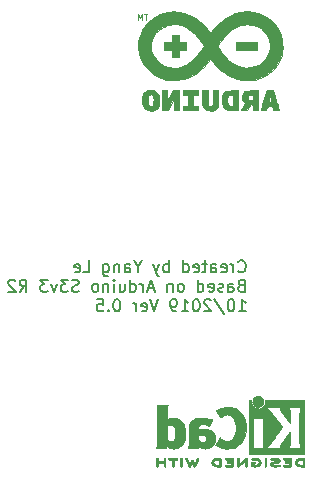
<source format=gbr>
G04 #@! TF.GenerationSoftware,KiCad,Pcbnew,(5.1.4)-1*
G04 #@! TF.CreationDate,2019-10-04T17:51:03+08:00*
G04 #@! TF.ProjectId,arduino-sss,61726475-696e-46f2-9d73-73732e6b6963,rev?*
G04 #@! TF.SameCoordinates,Original*
G04 #@! TF.FileFunction,Legend,Bot*
G04 #@! TF.FilePolarity,Positive*
%FSLAX46Y46*%
G04 Gerber Fmt 4.6, Leading zero omitted, Abs format (unit mm)*
G04 Created by KiCad (PCBNEW (5.1.4)-1) date 2019-10-04 17:51:03*
%MOMM*%
%LPD*%
G04 APERTURE LIST*
%ADD10C,0.150000*%
%ADD11C,0.010000*%
%ADD12C,0.125000*%
G04 APERTURE END LIST*
D10*
X166351976Y-101958142D02*
X166399595Y-102005761D01*
X166542452Y-102053380D01*
X166637690Y-102053380D01*
X166780547Y-102005761D01*
X166875785Y-101910523D01*
X166923404Y-101815285D01*
X166971023Y-101624809D01*
X166971023Y-101481952D01*
X166923404Y-101291476D01*
X166875785Y-101196238D01*
X166780547Y-101101000D01*
X166637690Y-101053380D01*
X166542452Y-101053380D01*
X166399595Y-101101000D01*
X166351976Y-101148619D01*
X165923404Y-102053380D02*
X165923404Y-101386714D01*
X165923404Y-101577190D02*
X165875785Y-101481952D01*
X165828166Y-101434333D01*
X165732928Y-101386714D01*
X165637690Y-101386714D01*
X164923404Y-102005761D02*
X165018642Y-102053380D01*
X165209119Y-102053380D01*
X165304357Y-102005761D01*
X165351976Y-101910523D01*
X165351976Y-101529571D01*
X165304357Y-101434333D01*
X165209119Y-101386714D01*
X165018642Y-101386714D01*
X164923404Y-101434333D01*
X164875785Y-101529571D01*
X164875785Y-101624809D01*
X165351976Y-101720047D01*
X164018642Y-102053380D02*
X164018642Y-101529571D01*
X164066261Y-101434333D01*
X164161500Y-101386714D01*
X164351976Y-101386714D01*
X164447214Y-101434333D01*
X164018642Y-102005761D02*
X164113880Y-102053380D01*
X164351976Y-102053380D01*
X164447214Y-102005761D01*
X164494833Y-101910523D01*
X164494833Y-101815285D01*
X164447214Y-101720047D01*
X164351976Y-101672428D01*
X164113880Y-101672428D01*
X164018642Y-101624809D01*
X163685309Y-101386714D02*
X163304357Y-101386714D01*
X163542452Y-101053380D02*
X163542452Y-101910523D01*
X163494833Y-102005761D01*
X163399595Y-102053380D01*
X163304357Y-102053380D01*
X162590071Y-102005761D02*
X162685309Y-102053380D01*
X162875785Y-102053380D01*
X162971023Y-102005761D01*
X163018642Y-101910523D01*
X163018642Y-101529571D01*
X162971023Y-101434333D01*
X162875785Y-101386714D01*
X162685309Y-101386714D01*
X162590071Y-101434333D01*
X162542452Y-101529571D01*
X162542452Y-101624809D01*
X163018642Y-101720047D01*
X161685309Y-102053380D02*
X161685309Y-101053380D01*
X161685309Y-102005761D02*
X161780547Y-102053380D01*
X161971023Y-102053380D01*
X162066261Y-102005761D01*
X162113880Y-101958142D01*
X162161500Y-101862904D01*
X162161500Y-101577190D01*
X162113880Y-101481952D01*
X162066261Y-101434333D01*
X161971023Y-101386714D01*
X161780547Y-101386714D01*
X161685309Y-101434333D01*
X160447214Y-102053380D02*
X160447214Y-101053380D01*
X160447214Y-101434333D02*
X160351976Y-101386714D01*
X160161500Y-101386714D01*
X160066261Y-101434333D01*
X160018642Y-101481952D01*
X159971023Y-101577190D01*
X159971023Y-101862904D01*
X160018642Y-101958142D01*
X160066261Y-102005761D01*
X160161500Y-102053380D01*
X160351976Y-102053380D01*
X160447214Y-102005761D01*
X159637690Y-101386714D02*
X159399595Y-102053380D01*
X159161500Y-101386714D02*
X159399595Y-102053380D01*
X159494833Y-102291476D01*
X159542452Y-102339095D01*
X159637690Y-102386714D01*
X157828166Y-101577190D02*
X157828166Y-102053380D01*
X158161500Y-101053380D02*
X157828166Y-101577190D01*
X157494833Y-101053380D01*
X156732928Y-102053380D02*
X156732928Y-101529571D01*
X156780547Y-101434333D01*
X156875785Y-101386714D01*
X157066261Y-101386714D01*
X157161500Y-101434333D01*
X156732928Y-102005761D02*
X156828166Y-102053380D01*
X157066261Y-102053380D01*
X157161500Y-102005761D01*
X157209119Y-101910523D01*
X157209119Y-101815285D01*
X157161500Y-101720047D01*
X157066261Y-101672428D01*
X156828166Y-101672428D01*
X156732928Y-101624809D01*
X156256738Y-101386714D02*
X156256738Y-102053380D01*
X156256738Y-101481952D02*
X156209119Y-101434333D01*
X156113880Y-101386714D01*
X155971023Y-101386714D01*
X155875785Y-101434333D01*
X155828166Y-101529571D01*
X155828166Y-102053380D01*
X154923404Y-101386714D02*
X154923404Y-102196238D01*
X154971023Y-102291476D01*
X155018642Y-102339095D01*
X155113880Y-102386714D01*
X155256738Y-102386714D01*
X155351976Y-102339095D01*
X154923404Y-102005761D02*
X155018642Y-102053380D01*
X155209119Y-102053380D01*
X155304357Y-102005761D01*
X155351976Y-101958142D01*
X155399595Y-101862904D01*
X155399595Y-101577190D01*
X155351976Y-101481952D01*
X155304357Y-101434333D01*
X155209119Y-101386714D01*
X155018642Y-101386714D01*
X154923404Y-101434333D01*
X153209119Y-102053380D02*
X153685309Y-102053380D01*
X153685309Y-101053380D01*
X152494833Y-102005761D02*
X152590071Y-102053380D01*
X152780547Y-102053380D01*
X152875785Y-102005761D01*
X152923404Y-101910523D01*
X152923404Y-101529571D01*
X152875785Y-101434333D01*
X152780547Y-101386714D01*
X152590071Y-101386714D01*
X152494833Y-101434333D01*
X152447214Y-101529571D01*
X152447214Y-101624809D01*
X152923404Y-101720047D01*
X166590071Y-103179571D02*
X166447214Y-103227190D01*
X166399595Y-103274809D01*
X166351976Y-103370047D01*
X166351976Y-103512904D01*
X166399595Y-103608142D01*
X166447214Y-103655761D01*
X166542452Y-103703380D01*
X166923404Y-103703380D01*
X166923404Y-102703380D01*
X166590071Y-102703380D01*
X166494833Y-102751000D01*
X166447214Y-102798619D01*
X166399595Y-102893857D01*
X166399595Y-102989095D01*
X166447214Y-103084333D01*
X166494833Y-103131952D01*
X166590071Y-103179571D01*
X166923404Y-103179571D01*
X165494833Y-103703380D02*
X165494833Y-103179571D01*
X165542452Y-103084333D01*
X165637690Y-103036714D01*
X165828166Y-103036714D01*
X165923404Y-103084333D01*
X165494833Y-103655761D02*
X165590071Y-103703380D01*
X165828166Y-103703380D01*
X165923404Y-103655761D01*
X165971023Y-103560523D01*
X165971023Y-103465285D01*
X165923404Y-103370047D01*
X165828166Y-103322428D01*
X165590071Y-103322428D01*
X165494833Y-103274809D01*
X165066261Y-103655761D02*
X164971023Y-103703380D01*
X164780547Y-103703380D01*
X164685309Y-103655761D01*
X164637690Y-103560523D01*
X164637690Y-103512904D01*
X164685309Y-103417666D01*
X164780547Y-103370047D01*
X164923404Y-103370047D01*
X165018642Y-103322428D01*
X165066261Y-103227190D01*
X165066261Y-103179571D01*
X165018642Y-103084333D01*
X164923404Y-103036714D01*
X164780547Y-103036714D01*
X164685309Y-103084333D01*
X163828166Y-103655761D02*
X163923404Y-103703380D01*
X164113880Y-103703380D01*
X164209119Y-103655761D01*
X164256738Y-103560523D01*
X164256738Y-103179571D01*
X164209119Y-103084333D01*
X164113880Y-103036714D01*
X163923404Y-103036714D01*
X163828166Y-103084333D01*
X163780547Y-103179571D01*
X163780547Y-103274809D01*
X164256738Y-103370047D01*
X162923404Y-103703380D02*
X162923404Y-102703380D01*
X162923404Y-103655761D02*
X163018642Y-103703380D01*
X163209119Y-103703380D01*
X163304357Y-103655761D01*
X163351976Y-103608142D01*
X163399595Y-103512904D01*
X163399595Y-103227190D01*
X163351976Y-103131952D01*
X163304357Y-103084333D01*
X163209119Y-103036714D01*
X163018642Y-103036714D01*
X162923404Y-103084333D01*
X161542452Y-103703380D02*
X161637690Y-103655761D01*
X161685309Y-103608142D01*
X161732928Y-103512904D01*
X161732928Y-103227190D01*
X161685309Y-103131952D01*
X161637690Y-103084333D01*
X161542452Y-103036714D01*
X161399595Y-103036714D01*
X161304357Y-103084333D01*
X161256738Y-103131952D01*
X161209119Y-103227190D01*
X161209119Y-103512904D01*
X161256738Y-103608142D01*
X161304357Y-103655761D01*
X161399595Y-103703380D01*
X161542452Y-103703380D01*
X160780547Y-103036714D02*
X160780547Y-103703380D01*
X160780547Y-103131952D02*
X160732928Y-103084333D01*
X160637690Y-103036714D01*
X160494833Y-103036714D01*
X160399595Y-103084333D01*
X160351976Y-103179571D01*
X160351976Y-103703380D01*
X159161500Y-103417666D02*
X158685309Y-103417666D01*
X159256738Y-103703380D02*
X158923404Y-102703380D01*
X158590071Y-103703380D01*
X158256738Y-103703380D02*
X158256738Y-103036714D01*
X158256738Y-103227190D02*
X158209119Y-103131952D01*
X158161500Y-103084333D01*
X158066261Y-103036714D01*
X157971023Y-103036714D01*
X157209119Y-103703380D02*
X157209119Y-102703380D01*
X157209119Y-103655761D02*
X157304357Y-103703380D01*
X157494833Y-103703380D01*
X157590071Y-103655761D01*
X157637690Y-103608142D01*
X157685309Y-103512904D01*
X157685309Y-103227190D01*
X157637690Y-103131952D01*
X157590071Y-103084333D01*
X157494833Y-103036714D01*
X157304357Y-103036714D01*
X157209119Y-103084333D01*
X156304357Y-103036714D02*
X156304357Y-103703380D01*
X156732928Y-103036714D02*
X156732928Y-103560523D01*
X156685309Y-103655761D01*
X156590071Y-103703380D01*
X156447214Y-103703380D01*
X156351976Y-103655761D01*
X156304357Y-103608142D01*
X155828166Y-103703380D02*
X155828166Y-103036714D01*
X155828166Y-102703380D02*
X155875785Y-102751000D01*
X155828166Y-102798619D01*
X155780547Y-102751000D01*
X155828166Y-102703380D01*
X155828166Y-102798619D01*
X155351976Y-103036714D02*
X155351976Y-103703380D01*
X155351976Y-103131952D02*
X155304357Y-103084333D01*
X155209119Y-103036714D01*
X155066261Y-103036714D01*
X154971023Y-103084333D01*
X154923404Y-103179571D01*
X154923404Y-103703380D01*
X154304357Y-103703380D02*
X154399595Y-103655761D01*
X154447214Y-103608142D01*
X154494833Y-103512904D01*
X154494833Y-103227190D01*
X154447214Y-103131952D01*
X154399595Y-103084333D01*
X154304357Y-103036714D01*
X154161500Y-103036714D01*
X154066261Y-103084333D01*
X154018642Y-103131952D01*
X153971023Y-103227190D01*
X153971023Y-103512904D01*
X154018642Y-103608142D01*
X154066261Y-103655761D01*
X154161500Y-103703380D01*
X154304357Y-103703380D01*
X152828166Y-103655761D02*
X152685309Y-103703380D01*
X152447214Y-103703380D01*
X152351976Y-103655761D01*
X152304357Y-103608142D01*
X152256738Y-103512904D01*
X152256738Y-103417666D01*
X152304357Y-103322428D01*
X152351976Y-103274809D01*
X152447214Y-103227190D01*
X152637690Y-103179571D01*
X152732928Y-103131952D01*
X152780547Y-103084333D01*
X152828166Y-102989095D01*
X152828166Y-102893857D01*
X152780547Y-102798619D01*
X152732928Y-102751000D01*
X152637690Y-102703380D01*
X152399595Y-102703380D01*
X152256738Y-102751000D01*
X151923404Y-102703380D02*
X151304357Y-102703380D01*
X151637690Y-103084333D01*
X151494833Y-103084333D01*
X151399595Y-103131952D01*
X151351976Y-103179571D01*
X151304357Y-103274809D01*
X151304357Y-103512904D01*
X151351976Y-103608142D01*
X151399595Y-103655761D01*
X151494833Y-103703380D01*
X151780547Y-103703380D01*
X151875785Y-103655761D01*
X151923404Y-103608142D01*
X150971023Y-103036714D02*
X150732928Y-103703380D01*
X150494833Y-103036714D01*
X150209119Y-102703380D02*
X149590071Y-102703380D01*
X149923404Y-103084333D01*
X149780547Y-103084333D01*
X149685309Y-103131952D01*
X149637690Y-103179571D01*
X149590071Y-103274809D01*
X149590071Y-103512904D01*
X149637690Y-103608142D01*
X149685309Y-103655761D01*
X149780547Y-103703380D01*
X150066261Y-103703380D01*
X150161500Y-103655761D01*
X150209119Y-103608142D01*
X147828166Y-103703380D02*
X148161500Y-103227190D01*
X148399595Y-103703380D02*
X148399595Y-102703380D01*
X148018642Y-102703380D01*
X147923404Y-102751000D01*
X147875785Y-102798619D01*
X147828166Y-102893857D01*
X147828166Y-103036714D01*
X147875785Y-103131952D01*
X147923404Y-103179571D01*
X148018642Y-103227190D01*
X148399595Y-103227190D01*
X147447214Y-102798619D02*
X147399595Y-102751000D01*
X147304357Y-102703380D01*
X147066261Y-102703380D01*
X146971023Y-102751000D01*
X146923404Y-102798619D01*
X146875785Y-102893857D01*
X146875785Y-102989095D01*
X146923404Y-103131952D01*
X147494833Y-103703380D01*
X146875785Y-103703380D01*
X166399595Y-105353380D02*
X166971023Y-105353380D01*
X166685309Y-105353380D02*
X166685309Y-104353380D01*
X166780547Y-104496238D01*
X166875785Y-104591476D01*
X166971023Y-104639095D01*
X165780547Y-104353380D02*
X165685309Y-104353380D01*
X165590071Y-104401000D01*
X165542452Y-104448619D01*
X165494833Y-104543857D01*
X165447214Y-104734333D01*
X165447214Y-104972428D01*
X165494833Y-105162904D01*
X165542452Y-105258142D01*
X165590071Y-105305761D01*
X165685309Y-105353380D01*
X165780547Y-105353380D01*
X165875785Y-105305761D01*
X165923404Y-105258142D01*
X165971023Y-105162904D01*
X166018642Y-104972428D01*
X166018642Y-104734333D01*
X165971023Y-104543857D01*
X165923404Y-104448619D01*
X165875785Y-104401000D01*
X165780547Y-104353380D01*
X164304357Y-104305761D02*
X165161500Y-105591476D01*
X164018642Y-104448619D02*
X163971023Y-104401000D01*
X163875785Y-104353380D01*
X163637690Y-104353380D01*
X163542452Y-104401000D01*
X163494833Y-104448619D01*
X163447214Y-104543857D01*
X163447214Y-104639095D01*
X163494833Y-104781952D01*
X164066261Y-105353380D01*
X163447214Y-105353380D01*
X162828166Y-104353380D02*
X162732928Y-104353380D01*
X162637690Y-104401000D01*
X162590071Y-104448619D01*
X162542452Y-104543857D01*
X162494833Y-104734333D01*
X162494833Y-104972428D01*
X162542452Y-105162904D01*
X162590071Y-105258142D01*
X162637690Y-105305761D01*
X162732928Y-105353380D01*
X162828166Y-105353380D01*
X162923404Y-105305761D01*
X162971023Y-105258142D01*
X163018642Y-105162904D01*
X163066261Y-104972428D01*
X163066261Y-104734333D01*
X163018642Y-104543857D01*
X162971023Y-104448619D01*
X162923404Y-104401000D01*
X162828166Y-104353380D01*
X161542452Y-105353380D02*
X162113880Y-105353380D01*
X161828166Y-105353380D02*
X161828166Y-104353380D01*
X161923404Y-104496238D01*
X162018642Y-104591476D01*
X162113880Y-104639095D01*
X161066261Y-105353380D02*
X160875785Y-105353380D01*
X160780547Y-105305761D01*
X160732928Y-105258142D01*
X160637690Y-105115285D01*
X160590071Y-104924809D01*
X160590071Y-104543857D01*
X160637690Y-104448619D01*
X160685309Y-104401000D01*
X160780547Y-104353380D01*
X160971023Y-104353380D01*
X161066261Y-104401000D01*
X161113880Y-104448619D01*
X161161500Y-104543857D01*
X161161500Y-104781952D01*
X161113880Y-104877190D01*
X161066261Y-104924809D01*
X160971023Y-104972428D01*
X160780547Y-104972428D01*
X160685309Y-104924809D01*
X160637690Y-104877190D01*
X160590071Y-104781952D01*
X159542452Y-104353380D02*
X159209119Y-105353380D01*
X158875785Y-104353380D01*
X158161500Y-105305761D02*
X158256738Y-105353380D01*
X158447214Y-105353380D01*
X158542452Y-105305761D01*
X158590071Y-105210523D01*
X158590071Y-104829571D01*
X158542452Y-104734333D01*
X158447214Y-104686714D01*
X158256738Y-104686714D01*
X158161500Y-104734333D01*
X158113880Y-104829571D01*
X158113880Y-104924809D01*
X158590071Y-105020047D01*
X157685309Y-105353380D02*
X157685309Y-104686714D01*
X157685309Y-104877190D02*
X157637690Y-104781952D01*
X157590071Y-104734333D01*
X157494833Y-104686714D01*
X157399595Y-104686714D01*
X156113880Y-104353380D02*
X156018642Y-104353380D01*
X155923404Y-104401000D01*
X155875785Y-104448619D01*
X155828166Y-104543857D01*
X155780547Y-104734333D01*
X155780547Y-104972428D01*
X155828166Y-105162904D01*
X155875785Y-105258142D01*
X155923404Y-105305761D01*
X156018642Y-105353380D01*
X156113880Y-105353380D01*
X156209119Y-105305761D01*
X156256738Y-105258142D01*
X156304357Y-105162904D01*
X156351976Y-104972428D01*
X156351976Y-104734333D01*
X156304357Y-104543857D01*
X156256738Y-104448619D01*
X156209119Y-104401000D01*
X156113880Y-104353380D01*
X155351976Y-105258142D02*
X155304357Y-105305761D01*
X155351976Y-105353380D01*
X155399595Y-105305761D01*
X155351976Y-105258142D01*
X155351976Y-105353380D01*
X154399595Y-104353380D02*
X154875785Y-104353380D01*
X154923404Y-104829571D01*
X154875785Y-104781952D01*
X154780547Y-104734333D01*
X154542452Y-104734333D01*
X154447214Y-104781952D01*
X154399595Y-104829571D01*
X154351976Y-104924809D01*
X154351976Y-105162904D01*
X154399595Y-105258142D01*
X154447214Y-105305761D01*
X154542452Y-105353380D01*
X154780547Y-105353380D01*
X154875785Y-105305761D01*
X154923404Y-105258142D01*
D11*
G36*
X164203540Y-87273669D02*
G01*
X164197115Y-87517384D01*
X164189117Y-87690408D01*
X164177569Y-87806719D01*
X164160493Y-87880293D01*
X164135909Y-87925105D01*
X164107659Y-87951003D01*
X163977568Y-88006771D01*
X163858061Y-87980949D01*
X163811858Y-87944476D01*
X163784775Y-87902741D01*
X163765896Y-87831874D01*
X163753910Y-87718518D01*
X163747505Y-87549315D01*
X163745367Y-87310907D01*
X163745334Y-87267143D01*
X163745334Y-86656333D01*
X163279667Y-86656333D01*
X163279733Y-87280750D01*
X163283565Y-87575130D01*
X163297351Y-87798909D01*
X163324630Y-87965908D01*
X163368942Y-88089947D01*
X163433824Y-88184849D01*
X163522817Y-88264436D01*
X163533667Y-88272440D01*
X163651486Y-88324343D01*
X163820974Y-88359600D01*
X164010204Y-88374984D01*
X164187247Y-88367267D01*
X164281574Y-88348055D01*
X164399274Y-88287005D01*
X164511931Y-88191567D01*
X164524990Y-88176784D01*
X164565431Y-88126112D01*
X164594425Y-88075750D01*
X164613876Y-88011329D01*
X164625689Y-87918481D01*
X164631767Y-87782837D01*
X164634014Y-87590029D01*
X164634334Y-87351585D01*
X164634334Y-86656333D01*
X164217247Y-86656333D01*
X164203540Y-87273669D01*
X164203540Y-87273669D01*
G37*
X164203540Y-87273669D02*
X164197115Y-87517384D01*
X164189117Y-87690408D01*
X164177569Y-87806719D01*
X164160493Y-87880293D01*
X164135909Y-87925105D01*
X164107659Y-87951003D01*
X163977568Y-88006771D01*
X163858061Y-87980949D01*
X163811858Y-87944476D01*
X163784775Y-87902741D01*
X163765896Y-87831874D01*
X163753910Y-87718518D01*
X163747505Y-87549315D01*
X163745367Y-87310907D01*
X163745334Y-87267143D01*
X163745334Y-86656333D01*
X163279667Y-86656333D01*
X163279733Y-87280750D01*
X163283565Y-87575130D01*
X163297351Y-87798909D01*
X163324630Y-87965908D01*
X163368942Y-88089947D01*
X163433824Y-88184849D01*
X163522817Y-88264436D01*
X163533667Y-88272440D01*
X163651486Y-88324343D01*
X163820974Y-88359600D01*
X164010204Y-88374984D01*
X164187247Y-88367267D01*
X164281574Y-88348055D01*
X164399274Y-88287005D01*
X164511931Y-88191567D01*
X164524990Y-88176784D01*
X164565431Y-88126112D01*
X164594425Y-88075750D01*
X164613876Y-88011329D01*
X164625689Y-87918481D01*
X164631767Y-87782837D01*
X164634014Y-87590029D01*
X164634334Y-87351585D01*
X164634334Y-86656333D01*
X164217247Y-86656333D01*
X164203540Y-87273669D01*
G36*
X158659206Y-86654813D02*
G01*
X158556289Y-86694226D01*
X158417763Y-86778927D01*
X158320483Y-86895622D01*
X158258964Y-87057537D01*
X158227719Y-87277897D01*
X158220834Y-87503000D01*
X158231313Y-87762458D01*
X158267126Y-87957497D01*
X158334840Y-88106257D01*
X158441021Y-88226879D01*
X158500103Y-88274585D01*
X158609593Y-88323848D01*
X158770370Y-88360210D01*
X158949500Y-88379454D01*
X159114048Y-88377366D01*
X159194500Y-88363454D01*
X159368028Y-88275532D01*
X159514740Y-88127515D01*
X159575918Y-88025308D01*
X159620032Y-87877289D01*
X159645708Y-87677448D01*
X159650731Y-87503000D01*
X159173334Y-87503000D01*
X159159723Y-87736737D01*
X159117221Y-87895584D01*
X159043327Y-87985099D01*
X158944661Y-88011000D01*
X158839101Y-87980290D01*
X158782291Y-87936917D01*
X158727301Y-87829817D01*
X158694417Y-87674429D01*
X158683171Y-87494994D01*
X158693094Y-87315751D01*
X158723716Y-87160940D01*
X158774569Y-87054801D01*
X158799801Y-87031822D01*
X158924025Y-86996453D01*
X159045325Y-87030712D01*
X159107433Y-87089086D01*
X159149105Y-87193872D01*
X159170043Y-87364937D01*
X159173334Y-87503000D01*
X159650731Y-87503000D01*
X159652062Y-87456790D01*
X159638212Y-87246319D01*
X159603274Y-87077041D01*
X159602950Y-87076066D01*
X159496159Y-86878841D01*
X159333132Y-86732537D01*
X159129125Y-86642721D01*
X158899398Y-86614957D01*
X158659206Y-86654813D01*
X158659206Y-86654813D01*
G37*
X158659206Y-86654813D02*
X158556289Y-86694226D01*
X158417763Y-86778927D01*
X158320483Y-86895622D01*
X158258964Y-87057537D01*
X158227719Y-87277897D01*
X158220834Y-87503000D01*
X158231313Y-87762458D01*
X158267126Y-87957497D01*
X158334840Y-88106257D01*
X158441021Y-88226879D01*
X158500103Y-88274585D01*
X158609593Y-88323848D01*
X158770370Y-88360210D01*
X158949500Y-88379454D01*
X159114048Y-88377366D01*
X159194500Y-88363454D01*
X159368028Y-88275532D01*
X159514740Y-88127515D01*
X159575918Y-88025308D01*
X159620032Y-87877289D01*
X159645708Y-87677448D01*
X159650731Y-87503000D01*
X159173334Y-87503000D01*
X159159723Y-87736737D01*
X159117221Y-87895584D01*
X159043327Y-87985099D01*
X158944661Y-88011000D01*
X158839101Y-87980290D01*
X158782291Y-87936917D01*
X158727301Y-87829817D01*
X158694417Y-87674429D01*
X158683171Y-87494994D01*
X158693094Y-87315751D01*
X158723716Y-87160940D01*
X158774569Y-87054801D01*
X158799801Y-87031822D01*
X158924025Y-86996453D01*
X159045325Y-87030712D01*
X159107433Y-87089086D01*
X159149105Y-87193872D01*
X159170043Y-87364937D01*
X159173334Y-87503000D01*
X159650731Y-87503000D01*
X159652062Y-87456790D01*
X159638212Y-87246319D01*
X159603274Y-87077041D01*
X159602950Y-87076066D01*
X159496159Y-86878841D01*
X159333132Y-86732537D01*
X159129125Y-86642721D01*
X158899398Y-86614957D01*
X158659206Y-86654813D01*
G36*
X168520196Y-87407750D02*
G01*
X168443180Y-87652417D01*
X168373417Y-87874607D01*
X168315536Y-88059532D01*
X168274164Y-88192406D01*
X168254465Y-88256635D01*
X168242868Y-88310836D01*
X168261250Y-88338549D01*
X168327317Y-88346649D01*
X168458774Y-88342011D01*
X168472527Y-88341302D01*
X168611143Y-88331969D01*
X168688612Y-88312964D01*
X168728342Y-88270256D01*
X168753738Y-88189815D01*
X168758717Y-88169750D01*
X168785285Y-88077258D01*
X168822339Y-88030212D01*
X168895080Y-88013248D01*
X169019095Y-88011000D01*
X169148554Y-88013624D01*
X169218360Y-88031734D01*
X169253525Y-88080692D01*
X169277628Y-88169750D01*
X169314999Y-88328500D01*
X169562401Y-88341357D01*
X169702263Y-88344879D01*
X169773235Y-88334698D01*
X169790433Y-88307652D01*
X169786860Y-88294423D01*
X169767651Y-88236838D01*
X169727745Y-88111880D01*
X169671404Y-87933079D01*
X169602889Y-87713968D01*
X169571147Y-87611839D01*
X169149845Y-87611839D01*
X169143319Y-87655180D01*
X169070084Y-87671630D01*
X169036940Y-87672333D01*
X168945139Y-87665734D01*
X168917008Y-87631770D01*
X168928624Y-87561561D01*
X168959021Y-87431398D01*
X168980701Y-87329415D01*
X169009957Y-87243306D01*
X169043855Y-87238940D01*
X169078269Y-87313849D01*
X169098184Y-87399705D01*
X169123576Y-87518295D01*
X169147690Y-87605923D01*
X169149845Y-87611839D01*
X169571147Y-87611839D01*
X169526464Y-87468076D01*
X169519463Y-87445482D01*
X169275011Y-86656333D01*
X168757015Y-86656333D01*
X168520196Y-87407750D01*
X168520196Y-87407750D01*
G37*
X168520196Y-87407750D02*
X168443180Y-87652417D01*
X168373417Y-87874607D01*
X168315536Y-88059532D01*
X168274164Y-88192406D01*
X168254465Y-88256635D01*
X168242868Y-88310836D01*
X168261250Y-88338549D01*
X168327317Y-88346649D01*
X168458774Y-88342011D01*
X168472527Y-88341302D01*
X168611143Y-88331969D01*
X168688612Y-88312964D01*
X168728342Y-88270256D01*
X168753738Y-88189815D01*
X168758717Y-88169750D01*
X168785285Y-88077258D01*
X168822339Y-88030212D01*
X168895080Y-88013248D01*
X169019095Y-88011000D01*
X169148554Y-88013624D01*
X169218360Y-88031734D01*
X169253525Y-88080692D01*
X169277628Y-88169750D01*
X169314999Y-88328500D01*
X169562401Y-88341357D01*
X169702263Y-88344879D01*
X169773235Y-88334698D01*
X169790433Y-88307652D01*
X169786860Y-88294423D01*
X169767651Y-88236838D01*
X169727745Y-88111880D01*
X169671404Y-87933079D01*
X169602889Y-87713968D01*
X169571147Y-87611839D01*
X169149845Y-87611839D01*
X169143319Y-87655180D01*
X169070084Y-87671630D01*
X169036940Y-87672333D01*
X168945139Y-87665734D01*
X168917008Y-87631770D01*
X168928624Y-87561561D01*
X168959021Y-87431398D01*
X168980701Y-87329415D01*
X169009957Y-87243306D01*
X169043855Y-87238940D01*
X169078269Y-87313849D01*
X169098184Y-87399705D01*
X169123576Y-87518295D01*
X169147690Y-87605923D01*
X169149845Y-87611839D01*
X169571147Y-87611839D01*
X169526464Y-87468076D01*
X169519463Y-87445482D01*
X169275011Y-86656333D01*
X168757015Y-86656333D01*
X168520196Y-87407750D01*
G36*
X167450344Y-86663464D02*
G01*
X167229096Y-86670267D01*
X167075589Y-86679012D01*
X166972907Y-86692980D01*
X166904135Y-86715457D01*
X166852357Y-86749725D01*
X166812328Y-86787311D01*
X166706601Y-86947542D01*
X166655158Y-87144642D01*
X166658612Y-87351646D01*
X166717574Y-87541591D01*
X166792720Y-87650513D01*
X166883844Y-87747510D01*
X166732223Y-88048588D01*
X166580603Y-88349667D01*
X167116433Y-88349667D01*
X167237834Y-88095667D01*
X167312558Y-87952493D01*
X167373132Y-87873685D01*
X167433080Y-87843590D01*
X167457284Y-87841667D01*
X167511711Y-87848159D01*
X167541103Y-87880824D01*
X167553098Y-87959443D01*
X167555334Y-88095667D01*
X167555334Y-88349667D01*
X167978667Y-88349667D01*
X167978667Y-87037333D01*
X167555334Y-87037333D01*
X167555334Y-87460667D01*
X167410191Y-87460667D01*
X167290707Y-87441922D01*
X167201048Y-87396571D01*
X167198524Y-87394143D01*
X167142143Y-87290280D01*
X167139703Y-87171418D01*
X167182800Y-87088133D01*
X167256257Y-87054694D01*
X167371654Y-87037824D01*
X167394467Y-87037333D01*
X167555334Y-87037333D01*
X167978667Y-87037333D01*
X167978667Y-86649428D01*
X167450344Y-86663464D01*
X167450344Y-86663464D01*
G37*
X167450344Y-86663464D02*
X167229096Y-86670267D01*
X167075589Y-86679012D01*
X166972907Y-86692980D01*
X166904135Y-86715457D01*
X166852357Y-86749725D01*
X166812328Y-86787311D01*
X166706601Y-86947542D01*
X166655158Y-87144642D01*
X166658612Y-87351646D01*
X166717574Y-87541591D01*
X166792720Y-87650513D01*
X166883844Y-87747510D01*
X166732223Y-88048588D01*
X166580603Y-88349667D01*
X167116433Y-88349667D01*
X167237834Y-88095667D01*
X167312558Y-87952493D01*
X167373132Y-87873685D01*
X167433080Y-87843590D01*
X167457284Y-87841667D01*
X167511711Y-87848159D01*
X167541103Y-87880824D01*
X167553098Y-87959443D01*
X167555334Y-88095667D01*
X167555334Y-88349667D01*
X167978667Y-88349667D01*
X167978667Y-87037333D01*
X167555334Y-87037333D01*
X167555334Y-87460667D01*
X167410191Y-87460667D01*
X167290707Y-87441922D01*
X167201048Y-87396571D01*
X167198524Y-87394143D01*
X167142143Y-87290280D01*
X167139703Y-87171418D01*
X167182800Y-87088133D01*
X167256257Y-87054694D01*
X167371654Y-87037824D01*
X167394467Y-87037333D01*
X167555334Y-87037333D01*
X167978667Y-87037333D01*
X167978667Y-86649428D01*
X167450344Y-86663464D01*
G36*
X165893750Y-86657263D02*
G01*
X165578063Y-86672691D01*
X165334890Y-86721854D01*
X165156545Y-86811353D01*
X165035344Y-86947787D01*
X164963600Y-87137756D01*
X164933627Y-87387858D01*
X164931597Y-87483447D01*
X164955737Y-87768156D01*
X165032345Y-87990663D01*
X165164722Y-88157692D01*
X165310054Y-88254417D01*
X165417564Y-88301211D01*
X165530315Y-88330041D01*
X165673279Y-88344850D01*
X165871425Y-88349581D01*
X165913304Y-88349667D01*
X166327667Y-88349667D01*
X166327667Y-87037333D01*
X165904334Y-87037333D01*
X165904334Y-87968667D01*
X165760857Y-87968667D01*
X165628647Y-87944386D01*
X165517440Y-87887740D01*
X165463717Y-87833942D01*
X165433450Y-87765847D01*
X165420199Y-87659196D01*
X165417500Y-87511185D01*
X165430712Y-87298031D01*
X165475197Y-87155433D01*
X165558230Y-87072754D01*
X165687087Y-87039354D01*
X165741562Y-87037333D01*
X165904334Y-87037333D01*
X166327667Y-87037333D01*
X166327667Y-86656333D01*
X165893750Y-86657263D01*
X165893750Y-86657263D01*
G37*
X165893750Y-86657263D02*
X165578063Y-86672691D01*
X165334890Y-86721854D01*
X165156545Y-86811353D01*
X165035344Y-86947787D01*
X164963600Y-87137756D01*
X164933627Y-87387858D01*
X164931597Y-87483447D01*
X164955737Y-87768156D01*
X165032345Y-87990663D01*
X165164722Y-88157692D01*
X165310054Y-88254417D01*
X165417564Y-88301211D01*
X165530315Y-88330041D01*
X165673279Y-88344850D01*
X165871425Y-88349581D01*
X165913304Y-88349667D01*
X166327667Y-88349667D01*
X166327667Y-87037333D01*
X165904334Y-87037333D01*
X165904334Y-87968667D01*
X165760857Y-87968667D01*
X165628647Y-87944386D01*
X165517440Y-87887740D01*
X165463717Y-87833942D01*
X165433450Y-87765847D01*
X165420199Y-87659196D01*
X165417500Y-87511185D01*
X165430712Y-87298031D01*
X165475197Y-87155433D01*
X165558230Y-87072754D01*
X165687087Y-87039354D01*
X165741562Y-87037333D01*
X165904334Y-87037333D01*
X166327667Y-87037333D01*
X166327667Y-86656333D01*
X165893750Y-86657263D01*
G36*
X161628667Y-87037333D02*
G01*
X162052000Y-87037333D01*
X162052000Y-87968667D01*
X161628667Y-87968667D01*
X161628667Y-88349667D01*
X162941000Y-88349667D01*
X162941000Y-87968667D01*
X162517667Y-87968667D01*
X162517667Y-87037333D01*
X162941000Y-87037333D01*
X162941000Y-86656333D01*
X161628667Y-86656333D01*
X161628667Y-87037333D01*
X161628667Y-87037333D01*
G37*
X161628667Y-87037333D02*
X162052000Y-87037333D01*
X162052000Y-87968667D01*
X161628667Y-87968667D01*
X161628667Y-88349667D01*
X162941000Y-88349667D01*
X162941000Y-87968667D01*
X162517667Y-87968667D01*
X162517667Y-87037333D01*
X162941000Y-87037333D01*
X162941000Y-86656333D01*
X161628667Y-86656333D01*
X161628667Y-87037333D01*
G36*
X160583173Y-87107349D02*
G01*
X160337500Y-87558365D01*
X160325485Y-87107349D01*
X160313469Y-86656333D01*
X159893000Y-86656333D01*
X159893000Y-88353892D01*
X160379834Y-88328500D01*
X160633834Y-87853963D01*
X160887834Y-87379427D01*
X160899761Y-87864547D01*
X160911687Y-88349667D01*
X161332334Y-88349667D01*
X161332334Y-86656333D01*
X160828845Y-86656333D01*
X160583173Y-87107349D01*
X160583173Y-87107349D01*
G37*
X160583173Y-87107349D02*
X160337500Y-87558365D01*
X160325485Y-87107349D01*
X160313469Y-86656333D01*
X159893000Y-86656333D01*
X159893000Y-88353892D01*
X160379834Y-88328500D01*
X160633834Y-87853963D01*
X160887834Y-87379427D01*
X160899761Y-87864547D01*
X160911687Y-88349667D01*
X161332334Y-88349667D01*
X161332334Y-86656333D01*
X160828845Y-86656333D01*
X160583173Y-87107349D01*
G36*
X166584953Y-80019714D02*
G01*
X166102408Y-80135613D01*
X165630235Y-80326362D01*
X165176108Y-80592260D01*
X165011400Y-80711891D01*
X164868814Y-80831622D01*
X164701722Y-80987628D01*
X164526615Y-81162735D01*
X164359982Y-81339768D01*
X164218313Y-81501550D01*
X164118099Y-81630906D01*
X164095659Y-81665696D01*
X164040756Y-81748021D01*
X164003022Y-81785986D01*
X164000790Y-81786297D01*
X163966563Y-81753930D01*
X163896682Y-81669884D01*
X163805101Y-81551092D01*
X163787667Y-81527701D01*
X163444646Y-81125417D01*
X163054979Y-80775042D01*
X162628849Y-80481654D01*
X162176438Y-80250335D01*
X161707930Y-80086164D01*
X161233506Y-79994223D01*
X160763350Y-79979591D01*
X160694240Y-79984344D01*
X160356823Y-80026342D01*
X160049554Y-80098829D01*
X159739172Y-80211319D01*
X159470587Y-80334389D01*
X159259054Y-80445122D01*
X159086859Y-80555119D01*
X158924115Y-80686086D01*
X158740938Y-80859729D01*
X158723873Y-80876746D01*
X158550038Y-81057819D01*
X158420882Y-81214066D01*
X158315612Y-81374347D01*
X158213436Y-81567523D01*
X158187285Y-81621523D01*
X158000998Y-82089733D01*
X157897030Y-82548410D01*
X157874833Y-83005392D01*
X157933862Y-83468517D01*
X158033138Y-83830704D01*
X158206630Y-84225482D01*
X158451777Y-84601263D01*
X158755695Y-84943703D01*
X159105501Y-85238456D01*
X159488310Y-85471178D01*
X159520809Y-85487087D01*
X159900561Y-85647963D01*
X160258555Y-85749326D01*
X160626199Y-85797556D01*
X161034902Y-85799032D01*
X161052793Y-85798196D01*
X161576004Y-85735218D01*
X162065575Y-85596617D01*
X162531351Y-85379074D01*
X162808450Y-85205875D01*
X162999122Y-85059202D01*
X163216855Y-84866572D01*
X163438651Y-84650308D01*
X163641510Y-84432734D01*
X163788982Y-84254119D01*
X163989468Y-83989739D01*
X164172829Y-84232953D01*
X164479075Y-84593097D01*
X164829635Y-84926379D01*
X165205737Y-85217630D01*
X165588607Y-85451680D01*
X165812594Y-85557854D01*
X166210223Y-85689833D01*
X166642983Y-85773669D01*
X167084003Y-85806743D01*
X167506412Y-85786438D01*
X167745834Y-85746195D01*
X168190042Y-85618416D01*
X168580647Y-85440905D01*
X168938647Y-85202051D01*
X169274490Y-84900895D01*
X169597771Y-84518768D01*
X169845060Y-84100122D01*
X170015487Y-83646481D01*
X170035786Y-83569868D01*
X170080612Y-83295813D01*
X170095891Y-82974123D01*
X170087706Y-82757490D01*
X169029290Y-82757490D01*
X169021818Y-83111958D01*
X168943609Y-83449589D01*
X168801609Y-83763252D01*
X168602765Y-84045812D01*
X168354023Y-84290138D01*
X168062327Y-84489097D01*
X167734624Y-84635555D01*
X167377859Y-84722380D01*
X166998979Y-84742440D01*
X166703862Y-84709263D01*
X166558935Y-84670237D01*
X166372997Y-84603231D01*
X166179453Y-84520650D01*
X166121161Y-84492859D01*
X165802498Y-84301534D01*
X165482538Y-84045512D01*
X165180520Y-83742236D01*
X164915684Y-83409149D01*
X164898520Y-83384418D01*
X164768679Y-83195963D01*
X164681905Y-83060429D01*
X164636340Y-82958971D01*
X164631804Y-82896029D01*
X163401354Y-82896029D01*
X163268944Y-83114598D01*
X162968829Y-83551837D01*
X162635970Y-83930549D01*
X162278806Y-84242414D01*
X161905775Y-84479110D01*
X161863625Y-84500452D01*
X161499152Y-84652175D01*
X161156162Y-84732355D01*
X160815216Y-84743569D01*
X160456876Y-84688396D01*
X160453106Y-84687510D01*
X160063332Y-84554959D01*
X159720571Y-84354225D01*
X159430406Y-84089686D01*
X159198422Y-83765719D01*
X159141972Y-83659553D01*
X159070532Y-83510779D01*
X159024464Y-83394483D01*
X158998215Y-83283799D01*
X158986230Y-83151865D01*
X158982952Y-82971815D01*
X158982834Y-82889972D01*
X158984569Y-82684040D01*
X158993139Y-82536595D01*
X159013588Y-82421477D01*
X159050962Y-82312525D01*
X159110306Y-82183578D01*
X159124750Y-82154114D01*
X159336584Y-81818375D01*
X159615559Y-81531637D01*
X159956352Y-81299110D01*
X160045965Y-81252337D01*
X160201198Y-81178394D01*
X160325607Y-81130217D01*
X160447297Y-81101385D01*
X160594371Y-81085474D01*
X160794934Y-81076063D01*
X160821301Y-81075154D01*
X161046620Y-81070891D01*
X161216010Y-81077935D01*
X161357804Y-81099310D01*
X161500334Y-81138042D01*
X161544000Y-81152332D01*
X161951678Y-81332673D01*
X162340285Y-81591557D01*
X162704045Y-81923910D01*
X163037179Y-82324660D01*
X163257201Y-82656639D01*
X163401354Y-82896029D01*
X164631804Y-82896029D01*
X164630126Y-82872745D01*
X164661404Y-82782907D01*
X164728316Y-82670614D01*
X164815088Y-82538424D01*
X165118210Y-82125881D01*
X165448817Y-81771975D01*
X165798867Y-81483503D01*
X166160315Y-81267260D01*
X166459817Y-81148531D01*
X166755504Y-81087249D01*
X167080055Y-81067634D01*
X167404785Y-81088455D01*
X167701013Y-81148485D01*
X167866623Y-81208823D01*
X168237635Y-81417759D01*
X168541146Y-81675601D01*
X168775448Y-81980495D01*
X168938831Y-82330592D01*
X168959081Y-82393318D01*
X169029290Y-82757490D01*
X170087706Y-82757490D01*
X170083081Y-82635108D01*
X170043640Y-82309073D01*
X169979026Y-82026327D01*
X169958530Y-81964335D01*
X169802031Y-81595174D01*
X169608810Y-81274984D01*
X169359332Y-80973053D01*
X169268413Y-80879254D01*
X168884746Y-80552394D01*
X168465419Y-80298574D01*
X168018104Y-80118094D01*
X167550474Y-80011256D01*
X167070199Y-79978362D01*
X166584953Y-80019714D01*
X166584953Y-80019714D01*
G37*
X166584953Y-80019714D02*
X166102408Y-80135613D01*
X165630235Y-80326362D01*
X165176108Y-80592260D01*
X165011400Y-80711891D01*
X164868814Y-80831622D01*
X164701722Y-80987628D01*
X164526615Y-81162735D01*
X164359982Y-81339768D01*
X164218313Y-81501550D01*
X164118099Y-81630906D01*
X164095659Y-81665696D01*
X164040756Y-81748021D01*
X164003022Y-81785986D01*
X164000790Y-81786297D01*
X163966563Y-81753930D01*
X163896682Y-81669884D01*
X163805101Y-81551092D01*
X163787667Y-81527701D01*
X163444646Y-81125417D01*
X163054979Y-80775042D01*
X162628849Y-80481654D01*
X162176438Y-80250335D01*
X161707930Y-80086164D01*
X161233506Y-79994223D01*
X160763350Y-79979591D01*
X160694240Y-79984344D01*
X160356823Y-80026342D01*
X160049554Y-80098829D01*
X159739172Y-80211319D01*
X159470587Y-80334389D01*
X159259054Y-80445122D01*
X159086859Y-80555119D01*
X158924115Y-80686086D01*
X158740938Y-80859729D01*
X158723873Y-80876746D01*
X158550038Y-81057819D01*
X158420882Y-81214066D01*
X158315612Y-81374347D01*
X158213436Y-81567523D01*
X158187285Y-81621523D01*
X158000998Y-82089733D01*
X157897030Y-82548410D01*
X157874833Y-83005392D01*
X157933862Y-83468517D01*
X158033138Y-83830704D01*
X158206630Y-84225482D01*
X158451777Y-84601263D01*
X158755695Y-84943703D01*
X159105501Y-85238456D01*
X159488310Y-85471178D01*
X159520809Y-85487087D01*
X159900561Y-85647963D01*
X160258555Y-85749326D01*
X160626199Y-85797556D01*
X161034902Y-85799032D01*
X161052793Y-85798196D01*
X161576004Y-85735218D01*
X162065575Y-85596617D01*
X162531351Y-85379074D01*
X162808450Y-85205875D01*
X162999122Y-85059202D01*
X163216855Y-84866572D01*
X163438651Y-84650308D01*
X163641510Y-84432734D01*
X163788982Y-84254119D01*
X163989468Y-83989739D01*
X164172829Y-84232953D01*
X164479075Y-84593097D01*
X164829635Y-84926379D01*
X165205737Y-85217630D01*
X165588607Y-85451680D01*
X165812594Y-85557854D01*
X166210223Y-85689833D01*
X166642983Y-85773669D01*
X167084003Y-85806743D01*
X167506412Y-85786438D01*
X167745834Y-85746195D01*
X168190042Y-85618416D01*
X168580647Y-85440905D01*
X168938647Y-85202051D01*
X169274490Y-84900895D01*
X169597771Y-84518768D01*
X169845060Y-84100122D01*
X170015487Y-83646481D01*
X170035786Y-83569868D01*
X170080612Y-83295813D01*
X170095891Y-82974123D01*
X170087706Y-82757490D01*
X169029290Y-82757490D01*
X169021818Y-83111958D01*
X168943609Y-83449589D01*
X168801609Y-83763252D01*
X168602765Y-84045812D01*
X168354023Y-84290138D01*
X168062327Y-84489097D01*
X167734624Y-84635555D01*
X167377859Y-84722380D01*
X166998979Y-84742440D01*
X166703862Y-84709263D01*
X166558935Y-84670237D01*
X166372997Y-84603231D01*
X166179453Y-84520650D01*
X166121161Y-84492859D01*
X165802498Y-84301534D01*
X165482538Y-84045512D01*
X165180520Y-83742236D01*
X164915684Y-83409149D01*
X164898520Y-83384418D01*
X164768679Y-83195963D01*
X164681905Y-83060429D01*
X164636340Y-82958971D01*
X164631804Y-82896029D01*
X163401354Y-82896029D01*
X163268944Y-83114598D01*
X162968829Y-83551837D01*
X162635970Y-83930549D01*
X162278806Y-84242414D01*
X161905775Y-84479110D01*
X161863625Y-84500452D01*
X161499152Y-84652175D01*
X161156162Y-84732355D01*
X160815216Y-84743569D01*
X160456876Y-84688396D01*
X160453106Y-84687510D01*
X160063332Y-84554959D01*
X159720571Y-84354225D01*
X159430406Y-84089686D01*
X159198422Y-83765719D01*
X159141972Y-83659553D01*
X159070532Y-83510779D01*
X159024464Y-83394483D01*
X158998215Y-83283799D01*
X158986230Y-83151865D01*
X158982952Y-82971815D01*
X158982834Y-82889972D01*
X158984569Y-82684040D01*
X158993139Y-82536595D01*
X159013588Y-82421477D01*
X159050962Y-82312525D01*
X159110306Y-82183578D01*
X159124750Y-82154114D01*
X159336584Y-81818375D01*
X159615559Y-81531637D01*
X159956352Y-81299110D01*
X160045965Y-81252337D01*
X160201198Y-81178394D01*
X160325607Y-81130217D01*
X160447297Y-81101385D01*
X160594371Y-81085474D01*
X160794934Y-81076063D01*
X160821301Y-81075154D01*
X161046620Y-81070891D01*
X161216010Y-81077935D01*
X161357804Y-81099310D01*
X161500334Y-81138042D01*
X161544000Y-81152332D01*
X161951678Y-81332673D01*
X162340285Y-81591557D01*
X162704045Y-81923910D01*
X163037179Y-82324660D01*
X163257201Y-82656639D01*
X163401354Y-82896029D01*
X164631804Y-82896029D01*
X164630126Y-82872745D01*
X164661404Y-82782907D01*
X164728316Y-82670614D01*
X164815088Y-82538424D01*
X165118210Y-82125881D01*
X165448817Y-81771975D01*
X165798867Y-81483503D01*
X166160315Y-81267260D01*
X166459817Y-81148531D01*
X166755504Y-81087249D01*
X167080055Y-81067634D01*
X167404785Y-81088455D01*
X167701013Y-81148485D01*
X167866623Y-81208823D01*
X168237635Y-81417759D01*
X168541146Y-81675601D01*
X168775448Y-81980495D01*
X168938831Y-82330592D01*
X168959081Y-82393318D01*
X169029290Y-82757490D01*
X170087706Y-82757490D01*
X170083081Y-82635108D01*
X170043640Y-82309073D01*
X169979026Y-82026327D01*
X169958530Y-81964335D01*
X169802031Y-81595174D01*
X169608810Y-81274984D01*
X169359332Y-80973053D01*
X169268413Y-80879254D01*
X168884746Y-80552394D01*
X168465419Y-80298574D01*
X168018104Y-80118094D01*
X167550474Y-80011256D01*
X167070199Y-79978362D01*
X166584953Y-80019714D01*
G36*
X166116000Y-83227333D02*
G01*
X167936334Y-83227333D01*
X167936334Y-82592333D01*
X166116000Y-82592333D01*
X166116000Y-83227333D01*
X166116000Y-83227333D01*
G37*
X166116000Y-83227333D02*
X167936334Y-83227333D01*
X167936334Y-82592333D01*
X166116000Y-82592333D01*
X166116000Y-83227333D01*
G36*
X160697334Y-82592333D02*
G01*
X160062334Y-82592333D01*
X160062334Y-83227333D01*
X160697334Y-83227333D01*
X160697334Y-83820000D01*
X161290000Y-83820000D01*
X161290000Y-83227333D01*
X161925000Y-83227333D01*
X161925000Y-82592333D01*
X161290000Y-82592333D01*
X161290000Y-81999667D01*
X160697334Y-81999667D01*
X160697334Y-82592333D01*
X160697334Y-82592333D01*
G37*
X160697334Y-82592333D02*
X160062334Y-82592333D01*
X160062334Y-83227333D01*
X160697334Y-83227333D01*
X160697334Y-83820000D01*
X161290000Y-83820000D01*
X161290000Y-83227333D01*
X161925000Y-83227333D01*
X161925000Y-82592333D01*
X161290000Y-82592333D01*
X161290000Y-81999667D01*
X160697334Y-81999667D01*
X160697334Y-82592333D01*
G36*
X159442677Y-117781033D02*
G01*
X159411298Y-117803276D01*
X159383589Y-117830985D01*
X159383589Y-118140420D01*
X159383662Y-118232299D01*
X159384005Y-118304340D01*
X159384808Y-118359280D01*
X159386259Y-118399860D01*
X159388548Y-118428817D01*
X159391864Y-118448891D01*
X159396395Y-118462821D01*
X159402331Y-118473345D01*
X159406986Y-118479600D01*
X159437717Y-118504173D01*
X159473004Y-118506841D01*
X159505255Y-118491771D01*
X159515912Y-118482874D01*
X159523036Y-118471057D01*
X159527333Y-118452026D01*
X159529509Y-118421492D01*
X159530272Y-118375162D01*
X159530345Y-118339371D01*
X159530345Y-118204545D01*
X160027056Y-118204545D01*
X160027056Y-118327200D01*
X160027569Y-118383287D01*
X160029624Y-118421833D01*
X160033992Y-118447861D01*
X160041444Y-118466397D01*
X160050453Y-118479600D01*
X160081356Y-118504104D01*
X160116304Y-118507006D01*
X160149762Y-118489589D01*
X160158896Y-118480459D01*
X160165348Y-118468355D01*
X160169603Y-118449501D01*
X160172148Y-118420120D01*
X160173471Y-118376437D01*
X160174057Y-118314675D01*
X160174125Y-118300500D01*
X160174609Y-118184131D01*
X160174859Y-118088227D01*
X160174777Y-118010677D01*
X160174269Y-117949369D01*
X160173238Y-117902190D01*
X160171587Y-117867030D01*
X160169221Y-117841776D01*
X160166043Y-117824317D01*
X160161956Y-117812541D01*
X160156866Y-117804335D01*
X160151234Y-117798145D01*
X160119372Y-117778344D01*
X160086143Y-117781033D01*
X160054765Y-117803276D01*
X160042067Y-117817626D01*
X160033974Y-117833478D01*
X160029458Y-117856054D01*
X160027494Y-117890578D01*
X160027056Y-117942276D01*
X160027056Y-118057789D01*
X159530345Y-118057789D01*
X159530345Y-117939256D01*
X159529838Y-117884648D01*
X159527802Y-117847775D01*
X159523465Y-117823807D01*
X159516053Y-117807915D01*
X159507767Y-117798145D01*
X159475906Y-117778344D01*
X159442677Y-117781033D01*
X159442677Y-117781033D01*
G37*
X159442677Y-117781033D02*
X159411298Y-117803276D01*
X159383589Y-117830985D01*
X159383589Y-118140420D01*
X159383662Y-118232299D01*
X159384005Y-118304340D01*
X159384808Y-118359280D01*
X159386259Y-118399860D01*
X159388548Y-118428817D01*
X159391864Y-118448891D01*
X159396395Y-118462821D01*
X159402331Y-118473345D01*
X159406986Y-118479600D01*
X159437717Y-118504173D01*
X159473004Y-118506841D01*
X159505255Y-118491771D01*
X159515912Y-118482874D01*
X159523036Y-118471057D01*
X159527333Y-118452026D01*
X159529509Y-118421492D01*
X159530272Y-118375162D01*
X159530345Y-118339371D01*
X159530345Y-118204545D01*
X160027056Y-118204545D01*
X160027056Y-118327200D01*
X160027569Y-118383287D01*
X160029624Y-118421833D01*
X160033992Y-118447861D01*
X160041444Y-118466397D01*
X160050453Y-118479600D01*
X160081356Y-118504104D01*
X160116304Y-118507006D01*
X160149762Y-118489589D01*
X160158896Y-118480459D01*
X160165348Y-118468355D01*
X160169603Y-118449501D01*
X160172148Y-118420120D01*
X160173471Y-118376437D01*
X160174057Y-118314675D01*
X160174125Y-118300500D01*
X160174609Y-118184131D01*
X160174859Y-118088227D01*
X160174777Y-118010677D01*
X160174269Y-117949369D01*
X160173238Y-117902190D01*
X160171587Y-117867030D01*
X160169221Y-117841776D01*
X160166043Y-117824317D01*
X160161956Y-117812541D01*
X160156866Y-117804335D01*
X160151234Y-117798145D01*
X160119372Y-117778344D01*
X160086143Y-117781033D01*
X160054765Y-117803276D01*
X160042067Y-117817626D01*
X160033974Y-117833478D01*
X160029458Y-117856054D01*
X160027494Y-117890578D01*
X160027056Y-117942276D01*
X160027056Y-118057789D01*
X159530345Y-118057789D01*
X159530345Y-117939256D01*
X159529838Y-117884648D01*
X159527802Y-117847775D01*
X159523465Y-117823807D01*
X159516053Y-117807915D01*
X159507767Y-117798145D01*
X159475906Y-117778344D01*
X159442677Y-117781033D01*
G36*
X160708435Y-117775663D02*
G01*
X160629728Y-117776042D01*
X160568637Y-117776833D01*
X160522683Y-117778170D01*
X160489386Y-117780183D01*
X160466264Y-117783006D01*
X160450838Y-117786769D01*
X160440629Y-117791605D01*
X160435687Y-117795322D01*
X160410043Y-117827858D01*
X160406941Y-117861638D01*
X160422789Y-117892326D01*
X160433152Y-117904589D01*
X160444304Y-117912950D01*
X160460465Y-117918157D01*
X160485858Y-117920957D01*
X160524702Y-117922096D01*
X160581220Y-117922321D01*
X160592320Y-117922322D01*
X160738256Y-117922322D01*
X160738256Y-118193256D01*
X160738352Y-118278654D01*
X160738789Y-118344364D01*
X160739788Y-118393274D01*
X160741572Y-118428273D01*
X160744363Y-118452249D01*
X160748383Y-118468093D01*
X160753855Y-118478691D01*
X160760834Y-118486767D01*
X160793766Y-118506612D01*
X160828146Y-118505048D01*
X160859324Y-118482406D01*
X160861614Y-118479600D01*
X160869071Y-118468992D01*
X160874753Y-118456581D01*
X160878899Y-118439350D01*
X160881750Y-118414284D01*
X160883546Y-118378367D01*
X160884528Y-118328583D01*
X160884936Y-118261917D01*
X160885011Y-118186089D01*
X160885011Y-117922322D01*
X161024373Y-117922322D01*
X161084178Y-117921918D01*
X161125582Y-117920340D01*
X161152752Y-117917047D01*
X161169854Y-117911492D01*
X161181057Y-117903131D01*
X161182417Y-117901678D01*
X161198775Y-117868439D01*
X161197328Y-117830862D01*
X161178522Y-117798145D01*
X161171250Y-117791798D01*
X161161873Y-117786766D01*
X161147891Y-117782896D01*
X161126804Y-117780037D01*
X161096111Y-117778035D01*
X161053311Y-117776739D01*
X160995905Y-117775998D01*
X160921390Y-117775658D01*
X160827267Y-117775568D01*
X160807240Y-117775567D01*
X160708435Y-117775663D01*
X160708435Y-117775663D01*
G37*
X160708435Y-117775663D02*
X160629728Y-117776042D01*
X160568637Y-117776833D01*
X160522683Y-117778170D01*
X160489386Y-117780183D01*
X160466264Y-117783006D01*
X160450838Y-117786769D01*
X160440629Y-117791605D01*
X160435687Y-117795322D01*
X160410043Y-117827858D01*
X160406941Y-117861638D01*
X160422789Y-117892326D01*
X160433152Y-117904589D01*
X160444304Y-117912950D01*
X160460465Y-117918157D01*
X160485858Y-117920957D01*
X160524702Y-117922096D01*
X160581220Y-117922321D01*
X160592320Y-117922322D01*
X160738256Y-117922322D01*
X160738256Y-118193256D01*
X160738352Y-118278654D01*
X160738789Y-118344364D01*
X160739788Y-118393274D01*
X160741572Y-118428273D01*
X160744363Y-118452249D01*
X160748383Y-118468093D01*
X160753855Y-118478691D01*
X160760834Y-118486767D01*
X160793766Y-118506612D01*
X160828146Y-118505048D01*
X160859324Y-118482406D01*
X160861614Y-118479600D01*
X160869071Y-118468992D01*
X160874753Y-118456581D01*
X160878899Y-118439350D01*
X160881750Y-118414284D01*
X160883546Y-118378367D01*
X160884528Y-118328583D01*
X160884936Y-118261917D01*
X160885011Y-118186089D01*
X160885011Y-117922322D01*
X161024373Y-117922322D01*
X161084178Y-117921918D01*
X161125582Y-117920340D01*
X161152752Y-117917047D01*
X161169854Y-117911492D01*
X161181057Y-117903131D01*
X161182417Y-117901678D01*
X161198775Y-117868439D01*
X161197328Y-117830862D01*
X161178522Y-117798145D01*
X161171250Y-117791798D01*
X161161873Y-117786766D01*
X161147891Y-117782896D01*
X161126804Y-117780037D01*
X161096111Y-117778035D01*
X161053311Y-117776739D01*
X160995905Y-117775998D01*
X160921390Y-117775658D01*
X160827267Y-117775568D01*
X160807240Y-117775567D01*
X160708435Y-117775663D01*
G36*
X161482886Y-117782377D02*
G01*
X161459173Y-117797147D01*
X161432522Y-117818727D01*
X161432522Y-118140273D01*
X161432607Y-118234330D01*
X161432971Y-118308432D01*
X161433776Y-118365204D01*
X161435187Y-118407268D01*
X161437367Y-118437248D01*
X161440479Y-118457767D01*
X161444686Y-118471449D01*
X161450152Y-118480916D01*
X161454028Y-118485582D01*
X161485466Y-118506075D01*
X161521267Y-118505239D01*
X161552627Y-118487764D01*
X161579278Y-118466184D01*
X161579278Y-117818727D01*
X161552627Y-117797147D01*
X161526906Y-117781449D01*
X161505900Y-117775567D01*
X161482886Y-117782377D01*
X161482886Y-117782377D01*
G37*
X161482886Y-117782377D02*
X161459173Y-117797147D01*
X161432522Y-117818727D01*
X161432522Y-118140273D01*
X161432607Y-118234330D01*
X161432971Y-118308432D01*
X161433776Y-118365204D01*
X161435187Y-118407268D01*
X161437367Y-118437248D01*
X161440479Y-118457767D01*
X161444686Y-118471449D01*
X161450152Y-118480916D01*
X161454028Y-118485582D01*
X161485466Y-118506075D01*
X161521267Y-118505239D01*
X161552627Y-118487764D01*
X161579278Y-118466184D01*
X161579278Y-117818727D01*
X161552627Y-117797147D01*
X161526906Y-117781449D01*
X161505900Y-117775567D01*
X161482886Y-117782377D01*
G36*
X161926835Y-117777534D02*
G01*
X161907245Y-117784535D01*
X161906490Y-117784877D01*
X161879887Y-117805178D01*
X161865230Y-117826061D01*
X161862362Y-117835852D01*
X161862504Y-117848861D01*
X161866539Y-117867395D01*
X161875354Y-117893757D01*
X161889831Y-117930252D01*
X161910855Y-117979187D01*
X161939312Y-118042865D01*
X161976085Y-118123593D01*
X161996325Y-118167716D01*
X162032875Y-118246485D01*
X162067185Y-118318923D01*
X162097948Y-118382380D01*
X162123852Y-118434208D01*
X162143590Y-118471759D01*
X162155850Y-118492384D01*
X162158276Y-118495233D01*
X162189317Y-118507802D01*
X162224379Y-118506119D01*
X162252500Y-118490832D01*
X162253646Y-118489589D01*
X162264832Y-118472654D01*
X162283596Y-118439670D01*
X162307625Y-118394880D01*
X162334603Y-118342532D01*
X162344299Y-118323242D01*
X162417486Y-118176650D01*
X162497260Y-118335893D01*
X162525733Y-118390915D01*
X162552150Y-118438632D01*
X162574352Y-118475393D01*
X162590181Y-118497544D01*
X162595546Y-118502241D01*
X162637243Y-118508602D01*
X162671651Y-118495233D01*
X162681772Y-118480946D01*
X162699286Y-118449192D01*
X162722765Y-118403097D01*
X162750780Y-118345785D01*
X162781901Y-118280380D01*
X162814701Y-118210007D01*
X162847750Y-118137791D01*
X162879619Y-118066855D01*
X162908881Y-118000325D01*
X162934105Y-117941326D01*
X162953864Y-117892981D01*
X162966728Y-117858415D01*
X162971269Y-117840753D01*
X162971223Y-117840113D01*
X162960174Y-117817888D01*
X162938090Y-117795253D01*
X162936790Y-117794268D01*
X162909647Y-117778925D01*
X162884542Y-117779074D01*
X162875132Y-117781966D01*
X162863666Y-117788218D01*
X162851490Y-117800514D01*
X162837143Y-117821408D01*
X162819164Y-117853449D01*
X162796093Y-117899188D01*
X162766470Y-117961177D01*
X162739755Y-118018398D01*
X162709020Y-118084726D01*
X162681479Y-118144374D01*
X162658562Y-118194225D01*
X162641702Y-118231164D01*
X162632327Y-118252073D01*
X162630960Y-118255345D01*
X162624811Y-118249997D01*
X162610678Y-118227609D01*
X162590443Y-118191446D01*
X162565985Y-118144777D01*
X162556252Y-118125522D01*
X162523283Y-118060504D01*
X162497857Y-118013154D01*
X162477888Y-117980719D01*
X162461290Y-117960446D01*
X162445976Y-117949582D01*
X162429860Y-117945375D01*
X162419357Y-117944900D01*
X162400830Y-117946542D01*
X162384596Y-117953331D01*
X162368465Y-117968066D01*
X162350249Y-117993544D01*
X162327761Y-118032561D01*
X162298811Y-118087914D01*
X162282838Y-118119403D01*
X162256930Y-118169587D01*
X162234333Y-118211204D01*
X162217042Y-118240742D01*
X162207050Y-118254689D01*
X162205691Y-118255270D01*
X162199239Y-118244293D01*
X162184792Y-118215790D01*
X162163797Y-118172744D01*
X162137703Y-118118138D01*
X162107954Y-118054954D01*
X162093320Y-118023571D01*
X162055250Y-117942578D01*
X162024595Y-117880256D01*
X161999763Y-117834571D01*
X161979163Y-117803489D01*
X161961202Y-117784978D01*
X161944290Y-117777004D01*
X161926835Y-117777534D01*
X161926835Y-117777534D01*
G37*
X161926835Y-117777534D02*
X161907245Y-117784535D01*
X161906490Y-117784877D01*
X161879887Y-117805178D01*
X161865230Y-117826061D01*
X161862362Y-117835852D01*
X161862504Y-117848861D01*
X161866539Y-117867395D01*
X161875354Y-117893757D01*
X161889831Y-117930252D01*
X161910855Y-117979187D01*
X161939312Y-118042865D01*
X161976085Y-118123593D01*
X161996325Y-118167716D01*
X162032875Y-118246485D01*
X162067185Y-118318923D01*
X162097948Y-118382380D01*
X162123852Y-118434208D01*
X162143590Y-118471759D01*
X162155850Y-118492384D01*
X162158276Y-118495233D01*
X162189317Y-118507802D01*
X162224379Y-118506119D01*
X162252500Y-118490832D01*
X162253646Y-118489589D01*
X162264832Y-118472654D01*
X162283596Y-118439670D01*
X162307625Y-118394880D01*
X162334603Y-118342532D01*
X162344299Y-118323242D01*
X162417486Y-118176650D01*
X162497260Y-118335893D01*
X162525733Y-118390915D01*
X162552150Y-118438632D01*
X162574352Y-118475393D01*
X162590181Y-118497544D01*
X162595546Y-118502241D01*
X162637243Y-118508602D01*
X162671651Y-118495233D01*
X162681772Y-118480946D01*
X162699286Y-118449192D01*
X162722765Y-118403097D01*
X162750780Y-118345785D01*
X162781901Y-118280380D01*
X162814701Y-118210007D01*
X162847750Y-118137791D01*
X162879619Y-118066855D01*
X162908881Y-118000325D01*
X162934105Y-117941326D01*
X162953864Y-117892981D01*
X162966728Y-117858415D01*
X162971269Y-117840753D01*
X162971223Y-117840113D01*
X162960174Y-117817888D01*
X162938090Y-117795253D01*
X162936790Y-117794268D01*
X162909647Y-117778925D01*
X162884542Y-117779074D01*
X162875132Y-117781966D01*
X162863666Y-117788218D01*
X162851490Y-117800514D01*
X162837143Y-117821408D01*
X162819164Y-117853449D01*
X162796093Y-117899188D01*
X162766470Y-117961177D01*
X162739755Y-118018398D01*
X162709020Y-118084726D01*
X162681479Y-118144374D01*
X162658562Y-118194225D01*
X162641702Y-118231164D01*
X162632327Y-118252073D01*
X162630960Y-118255345D01*
X162624811Y-118249997D01*
X162610678Y-118227609D01*
X162590443Y-118191446D01*
X162565985Y-118144777D01*
X162556252Y-118125522D01*
X162523283Y-118060504D01*
X162497857Y-118013154D01*
X162477888Y-117980719D01*
X162461290Y-117960446D01*
X162445976Y-117949582D01*
X162429860Y-117945375D01*
X162419357Y-117944900D01*
X162400830Y-117946542D01*
X162384596Y-117953331D01*
X162368465Y-117968066D01*
X162350249Y-117993544D01*
X162327761Y-118032561D01*
X162298811Y-118087914D01*
X162282838Y-118119403D01*
X162256930Y-118169587D01*
X162234333Y-118211204D01*
X162217042Y-118240742D01*
X162207050Y-118254689D01*
X162205691Y-118255270D01*
X162199239Y-118244293D01*
X162184792Y-118215790D01*
X162163797Y-118172744D01*
X162137703Y-118118138D01*
X162107954Y-118054954D01*
X162093320Y-118023571D01*
X162055250Y-117942578D01*
X162024595Y-117880256D01*
X161999763Y-117834571D01*
X161979163Y-117803489D01*
X161961202Y-117784978D01*
X161944290Y-117777004D01*
X161926835Y-117777534D01*
G36*
X164653191Y-117775775D02*
G01*
X164524212Y-117780136D01*
X164414509Y-117793361D01*
X164322274Y-117816241D01*
X164245698Y-117849570D01*
X164182973Y-117894138D01*
X164132288Y-117950736D01*
X164091837Y-118020158D01*
X164091041Y-118021851D01*
X164066899Y-118083983D01*
X164058297Y-118139009D01*
X164065269Y-118194387D01*
X164087846Y-118257573D01*
X164092128Y-118267189D01*
X164121328Y-118323466D01*
X164154144Y-118366951D01*
X164196498Y-118403917D01*
X164254310Y-118440635D01*
X164257669Y-118442552D01*
X164307996Y-118466727D01*
X164364879Y-118484782D01*
X164431973Y-118497339D01*
X164512935Y-118505022D01*
X164611418Y-118508453D01*
X164646214Y-118508751D01*
X164811906Y-118509345D01*
X164835303Y-118479600D01*
X164842243Y-118469819D01*
X164847658Y-118458397D01*
X164851735Y-118442595D01*
X164854663Y-118419675D01*
X164856633Y-118386896D01*
X164857275Y-118362589D01*
X164700656Y-118362589D01*
X164606774Y-118362589D01*
X164551836Y-118360983D01*
X164495440Y-118356755D01*
X164449155Y-118350792D01*
X164446361Y-118350290D01*
X164364152Y-118328236D01*
X164300386Y-118295100D01*
X164253048Y-118249347D01*
X164220118Y-118189439D01*
X164214392Y-118173561D01*
X164208779Y-118148833D01*
X164211209Y-118124402D01*
X164223033Y-118091900D01*
X164230160Y-118075934D01*
X164253500Y-118033506D01*
X164281620Y-118003740D01*
X164312560Y-117983011D01*
X164374534Y-117956037D01*
X164453849Y-117936498D01*
X164546247Y-117925246D01*
X164613167Y-117922770D01*
X164700656Y-117922322D01*
X164700656Y-118362589D01*
X164857275Y-118362589D01*
X164857832Y-118341521D01*
X164858450Y-118280811D01*
X164858675Y-118202026D01*
X164858700Y-118140420D01*
X164858700Y-117830985D01*
X164830991Y-117803276D01*
X164818694Y-117792044D01*
X164805397Y-117784353D01*
X164786828Y-117779540D01*
X164758714Y-117776946D01*
X164716783Y-117775910D01*
X164656763Y-117775770D01*
X164653191Y-117775775D01*
X164653191Y-117775775D01*
G37*
X164653191Y-117775775D02*
X164524212Y-117780136D01*
X164414509Y-117793361D01*
X164322274Y-117816241D01*
X164245698Y-117849570D01*
X164182973Y-117894138D01*
X164132288Y-117950736D01*
X164091837Y-118020158D01*
X164091041Y-118021851D01*
X164066899Y-118083983D01*
X164058297Y-118139009D01*
X164065269Y-118194387D01*
X164087846Y-118257573D01*
X164092128Y-118267189D01*
X164121328Y-118323466D01*
X164154144Y-118366951D01*
X164196498Y-118403917D01*
X164254310Y-118440635D01*
X164257669Y-118442552D01*
X164307996Y-118466727D01*
X164364879Y-118484782D01*
X164431973Y-118497339D01*
X164512935Y-118505022D01*
X164611418Y-118508453D01*
X164646214Y-118508751D01*
X164811906Y-118509345D01*
X164835303Y-118479600D01*
X164842243Y-118469819D01*
X164847658Y-118458397D01*
X164851735Y-118442595D01*
X164854663Y-118419675D01*
X164856633Y-118386896D01*
X164857275Y-118362589D01*
X164700656Y-118362589D01*
X164606774Y-118362589D01*
X164551836Y-118360983D01*
X164495440Y-118356755D01*
X164449155Y-118350792D01*
X164446361Y-118350290D01*
X164364152Y-118328236D01*
X164300386Y-118295100D01*
X164253048Y-118249347D01*
X164220118Y-118189439D01*
X164214392Y-118173561D01*
X164208779Y-118148833D01*
X164211209Y-118124402D01*
X164223033Y-118091900D01*
X164230160Y-118075934D01*
X164253500Y-118033506D01*
X164281620Y-118003740D01*
X164312560Y-117983011D01*
X164374534Y-117956037D01*
X164453849Y-117936498D01*
X164546247Y-117925246D01*
X164613167Y-117922770D01*
X164700656Y-117922322D01*
X164700656Y-118362589D01*
X164857275Y-118362589D01*
X164857832Y-118341521D01*
X164858450Y-118280811D01*
X164858675Y-118202026D01*
X164858700Y-118140420D01*
X164858700Y-117830985D01*
X164830991Y-117803276D01*
X164818694Y-117792044D01*
X164805397Y-117784353D01*
X164786828Y-117779540D01*
X164758714Y-117776946D01*
X164716783Y-117775910D01*
X164656763Y-117775770D01*
X164653191Y-117775775D01*
G36*
X165441157Y-117775760D02*
G01*
X165364799Y-117776674D01*
X165306283Y-117778811D01*
X165263245Y-117782675D01*
X165233317Y-117788767D01*
X165214132Y-117797590D01*
X165203324Y-117809646D01*
X165198527Y-117825439D01*
X165197373Y-117845470D01*
X165197367Y-117847835D01*
X165198369Y-117870492D01*
X165203104Y-117888003D01*
X165214167Y-117901074D01*
X165234152Y-117910413D01*
X165265654Y-117916727D01*
X165311268Y-117920722D01*
X165373587Y-117923106D01*
X165455207Y-117924586D01*
X165480223Y-117924914D01*
X165722300Y-117927967D01*
X165725686Y-117992878D01*
X165729071Y-118057789D01*
X165560924Y-118057789D01*
X165495234Y-118058031D01*
X165448328Y-118059056D01*
X165416417Y-118061311D01*
X165395709Y-118065242D01*
X165382416Y-118071298D01*
X165372745Y-118079924D01*
X165372683Y-118079993D01*
X165355144Y-118113612D01*
X165355778Y-118149948D01*
X165374186Y-118180923D01*
X165377829Y-118184107D01*
X165390759Y-118192312D01*
X165408476Y-118198021D01*
X165434930Y-118201662D01*
X165474068Y-118203667D01*
X165529838Y-118204464D01*
X165565506Y-118204545D01*
X165727945Y-118204545D01*
X165727945Y-118362589D01*
X165481339Y-118362589D01*
X165399920Y-118362731D01*
X165338090Y-118363314D01*
X165292863Y-118364568D01*
X165261252Y-118366727D01*
X165240269Y-118370023D01*
X165226927Y-118374689D01*
X165218239Y-118380957D01*
X165216050Y-118383233D01*
X165199886Y-118414780D01*
X165198703Y-118450668D01*
X165211964Y-118481785D01*
X165222457Y-118491771D01*
X165233371Y-118497269D01*
X165250283Y-118501522D01*
X165275867Y-118504680D01*
X165312799Y-118506892D01*
X165363754Y-118508306D01*
X165431406Y-118509072D01*
X165518431Y-118509338D01*
X165538106Y-118509345D01*
X165626589Y-118509287D01*
X165695273Y-118508967D01*
X165746936Y-118508167D01*
X165784355Y-118506667D01*
X165810310Y-118504249D01*
X165827578Y-118500694D01*
X165838938Y-118495782D01*
X165847168Y-118489295D01*
X165851683Y-118484638D01*
X165858479Y-118476389D01*
X165863788Y-118466169D01*
X165867794Y-118451300D01*
X165870679Y-118429102D01*
X165872626Y-118396893D01*
X165873819Y-118351996D01*
X165874439Y-118291728D01*
X165874671Y-118213411D01*
X165874700Y-118147494D01*
X165874629Y-118055128D01*
X165874292Y-117982617D01*
X165873502Y-117927237D01*
X165872074Y-117886265D01*
X165869821Y-117856978D01*
X165866557Y-117836653D01*
X165862096Y-117822566D01*
X165856252Y-117811995D01*
X165851303Y-117805311D01*
X165827906Y-117775567D01*
X165537726Y-117775567D01*
X165441157Y-117775760D01*
X165441157Y-117775760D01*
G37*
X165441157Y-117775760D02*
X165364799Y-117776674D01*
X165306283Y-117778811D01*
X165263245Y-117782675D01*
X165233317Y-117788767D01*
X165214132Y-117797590D01*
X165203324Y-117809646D01*
X165198527Y-117825439D01*
X165197373Y-117845470D01*
X165197367Y-117847835D01*
X165198369Y-117870492D01*
X165203104Y-117888003D01*
X165214167Y-117901074D01*
X165234152Y-117910413D01*
X165265654Y-117916727D01*
X165311268Y-117920722D01*
X165373587Y-117923106D01*
X165455207Y-117924586D01*
X165480223Y-117924914D01*
X165722300Y-117927967D01*
X165725686Y-117992878D01*
X165729071Y-118057789D01*
X165560924Y-118057789D01*
X165495234Y-118058031D01*
X165448328Y-118059056D01*
X165416417Y-118061311D01*
X165395709Y-118065242D01*
X165382416Y-118071298D01*
X165372745Y-118079924D01*
X165372683Y-118079993D01*
X165355144Y-118113612D01*
X165355778Y-118149948D01*
X165374186Y-118180923D01*
X165377829Y-118184107D01*
X165390759Y-118192312D01*
X165408476Y-118198021D01*
X165434930Y-118201662D01*
X165474068Y-118203667D01*
X165529838Y-118204464D01*
X165565506Y-118204545D01*
X165727945Y-118204545D01*
X165727945Y-118362589D01*
X165481339Y-118362589D01*
X165399920Y-118362731D01*
X165338090Y-118363314D01*
X165292863Y-118364568D01*
X165261252Y-118366727D01*
X165240269Y-118370023D01*
X165226927Y-118374689D01*
X165218239Y-118380957D01*
X165216050Y-118383233D01*
X165199886Y-118414780D01*
X165198703Y-118450668D01*
X165211964Y-118481785D01*
X165222457Y-118491771D01*
X165233371Y-118497269D01*
X165250283Y-118501522D01*
X165275867Y-118504680D01*
X165312799Y-118506892D01*
X165363754Y-118508306D01*
X165431406Y-118509072D01*
X165518431Y-118509338D01*
X165538106Y-118509345D01*
X165626589Y-118509287D01*
X165695273Y-118508967D01*
X165746936Y-118508167D01*
X165784355Y-118506667D01*
X165810310Y-118504249D01*
X165827578Y-118500694D01*
X165838938Y-118495782D01*
X165847168Y-118489295D01*
X165851683Y-118484638D01*
X165858479Y-118476389D01*
X165863788Y-118466169D01*
X165867794Y-118451300D01*
X165870679Y-118429102D01*
X165872626Y-118396893D01*
X165873819Y-118351996D01*
X165874439Y-118291728D01*
X165874671Y-118213411D01*
X165874700Y-118147494D01*
X165874629Y-118055128D01*
X165874292Y-117982617D01*
X165873502Y-117927237D01*
X165872074Y-117886265D01*
X165869821Y-117856978D01*
X165866557Y-117836653D01*
X165862096Y-117822566D01*
X165856252Y-117811995D01*
X165851303Y-117805311D01*
X165827906Y-117775567D01*
X165537726Y-117775567D01*
X165441157Y-117775760D01*
G36*
X166971614Y-117779948D02*
G01*
X166948048Y-117793773D01*
X166917235Y-117816381D01*
X166877578Y-117848838D01*
X166827480Y-117892208D01*
X166765343Y-117947558D01*
X166689572Y-118015951D01*
X166602834Y-118094584D01*
X166422211Y-118258378D01*
X166416567Y-118038529D01*
X166414529Y-117962851D01*
X166412563Y-117906494D01*
X166410234Y-117866206D01*
X166407106Y-117838735D01*
X166402745Y-117820829D01*
X166396716Y-117809237D01*
X166388584Y-117800708D01*
X166384272Y-117797123D01*
X166349741Y-117778170D01*
X166316883Y-117780941D01*
X166290818Y-117797133D01*
X166264167Y-117818699D01*
X166260852Y-118133651D01*
X166259935Y-118226279D01*
X166259468Y-118299044D01*
X166259613Y-118354661D01*
X166260532Y-118395842D01*
X166262387Y-118425303D01*
X166265339Y-118445755D01*
X166269550Y-118459913D01*
X166275182Y-118470491D01*
X166281427Y-118478974D01*
X166294939Y-118494707D01*
X166308383Y-118505136D01*
X166323624Y-118509139D01*
X166342526Y-118505594D01*
X166366955Y-118493379D01*
X166398773Y-118471371D01*
X166439848Y-118438449D01*
X166492042Y-118393491D01*
X166557222Y-118335375D01*
X166631056Y-118268599D01*
X166896345Y-118027958D01*
X166901989Y-118247089D01*
X166904031Y-118322628D01*
X166906002Y-118378854D01*
X166908339Y-118419024D01*
X166911481Y-118446396D01*
X166915864Y-118464228D01*
X166921924Y-118475779D01*
X166930100Y-118484307D01*
X166934284Y-118487782D01*
X166971265Y-118506872D01*
X167006208Y-118503993D01*
X167036636Y-118479600D01*
X167043597Y-118469786D01*
X167049023Y-118458326D01*
X167053103Y-118442468D01*
X167056029Y-118419463D01*
X167057992Y-118386562D01*
X167059183Y-118341016D01*
X167059792Y-118280073D01*
X167060011Y-118200986D01*
X167060034Y-118142456D01*
X167059960Y-118050907D01*
X167059613Y-117979187D01*
X167058801Y-117924545D01*
X167057333Y-117884232D01*
X167055019Y-117855498D01*
X167051667Y-117835593D01*
X167047088Y-117821768D01*
X167041089Y-117811272D01*
X167036636Y-117805311D01*
X167025350Y-117791191D01*
X167014801Y-117780529D01*
X167003393Y-117774392D01*
X166989530Y-117773843D01*
X166971614Y-117779948D01*
X166971614Y-117779948D01*
G37*
X166971614Y-117779948D02*
X166948048Y-117793773D01*
X166917235Y-117816381D01*
X166877578Y-117848838D01*
X166827480Y-117892208D01*
X166765343Y-117947558D01*
X166689572Y-118015951D01*
X166602834Y-118094584D01*
X166422211Y-118258378D01*
X166416567Y-118038529D01*
X166414529Y-117962851D01*
X166412563Y-117906494D01*
X166410234Y-117866206D01*
X166407106Y-117838735D01*
X166402745Y-117820829D01*
X166396716Y-117809237D01*
X166388584Y-117800708D01*
X166384272Y-117797123D01*
X166349741Y-117778170D01*
X166316883Y-117780941D01*
X166290818Y-117797133D01*
X166264167Y-117818699D01*
X166260852Y-118133651D01*
X166259935Y-118226279D01*
X166259468Y-118299044D01*
X166259613Y-118354661D01*
X166260532Y-118395842D01*
X166262387Y-118425303D01*
X166265339Y-118445755D01*
X166269550Y-118459913D01*
X166275182Y-118470491D01*
X166281427Y-118478974D01*
X166294939Y-118494707D01*
X166308383Y-118505136D01*
X166323624Y-118509139D01*
X166342526Y-118505594D01*
X166366955Y-118493379D01*
X166398773Y-118471371D01*
X166439848Y-118438449D01*
X166492042Y-118393491D01*
X166557222Y-118335375D01*
X166631056Y-118268599D01*
X166896345Y-118027958D01*
X166901989Y-118247089D01*
X166904031Y-118322628D01*
X166906002Y-118378854D01*
X166908339Y-118419024D01*
X166911481Y-118446396D01*
X166915864Y-118464228D01*
X166921924Y-118475779D01*
X166930100Y-118484307D01*
X166934284Y-118487782D01*
X166971265Y-118506872D01*
X167006208Y-118503993D01*
X167036636Y-118479600D01*
X167043597Y-118469786D01*
X167049023Y-118458326D01*
X167053103Y-118442468D01*
X167056029Y-118419463D01*
X167057992Y-118386562D01*
X167059183Y-118341016D01*
X167059792Y-118280073D01*
X167060011Y-118200986D01*
X167060034Y-118142456D01*
X167059960Y-118050907D01*
X167059613Y-117979187D01*
X167058801Y-117924545D01*
X167057333Y-117884232D01*
X167055019Y-117855498D01*
X167051667Y-117835593D01*
X167047088Y-117821768D01*
X167041089Y-117811272D01*
X167036636Y-117805311D01*
X167025350Y-117791191D01*
X167014801Y-117780529D01*
X167003393Y-117774392D01*
X166989530Y-117773843D01*
X166971614Y-117779948D01*
G36*
X167621581Y-117781099D02*
G01*
X167553065Y-117792595D01*
X167500443Y-117810467D01*
X167466208Y-117833999D01*
X167456879Y-117847424D01*
X167447393Y-117878648D01*
X167453777Y-117906895D01*
X167473930Y-117933682D01*
X167505245Y-117946213D01*
X167550683Y-117945196D01*
X167585826Y-117938406D01*
X167663919Y-117925471D01*
X167743726Y-117924242D01*
X167833055Y-117934741D01*
X167857729Y-117939190D01*
X167940791Y-117962608D01*
X168005773Y-117997445D01*
X168051961Y-118043104D01*
X168078645Y-118098994D01*
X168084163Y-118127888D01*
X168080551Y-118186512D01*
X168057229Y-118238379D01*
X168016324Y-118282478D01*
X167959959Y-118317799D01*
X167890260Y-118343329D01*
X167809352Y-118358059D01*
X167719360Y-118360978D01*
X167622410Y-118351075D01*
X167616936Y-118350141D01*
X167578375Y-118342959D01*
X167556994Y-118336021D01*
X167547727Y-118325727D01*
X167545506Y-118308476D01*
X167545456Y-118299341D01*
X167545456Y-118260989D01*
X167613931Y-118260989D01*
X167674400Y-118256847D01*
X167715665Y-118243647D01*
X167739675Y-118220230D01*
X167748377Y-118185436D01*
X167748483Y-118180894D01*
X167743392Y-118151154D01*
X167725933Y-118129919D01*
X167693439Y-118115866D01*
X167643243Y-118107673D01*
X167594623Y-118104661D01*
X167523956Y-118102933D01*
X167472698Y-118105570D01*
X167437739Y-118115300D01*
X167415970Y-118134853D01*
X167404280Y-118166956D01*
X167399560Y-118214338D01*
X167398700Y-118276571D01*
X167400109Y-118346035D01*
X167404348Y-118393286D01*
X167411436Y-118418512D01*
X167412811Y-118420488D01*
X167451728Y-118452008D01*
X167508786Y-118476970D01*
X167580369Y-118494840D01*
X167662858Y-118505086D01*
X167752639Y-118507173D01*
X167846092Y-118500568D01*
X167901056Y-118492456D01*
X167987266Y-118468054D01*
X168067392Y-118428162D01*
X168134477Y-118376387D01*
X168144673Y-118366039D01*
X168177802Y-118322535D01*
X168207694Y-118268618D01*
X168230857Y-118212092D01*
X168243798Y-118160759D01*
X168245358Y-118141044D01*
X168238718Y-118099919D01*
X168221068Y-118048752D01*
X168195797Y-117994894D01*
X168166289Y-117945695D01*
X168140219Y-117912834D01*
X168079265Y-117863952D01*
X168000469Y-117825045D01*
X167906657Y-117796994D01*
X167800650Y-117780679D01*
X167703500Y-117776692D01*
X167621581Y-117781099D01*
X167621581Y-117781099D01*
G37*
X167621581Y-117781099D02*
X167553065Y-117792595D01*
X167500443Y-117810467D01*
X167466208Y-117833999D01*
X167456879Y-117847424D01*
X167447393Y-117878648D01*
X167453777Y-117906895D01*
X167473930Y-117933682D01*
X167505245Y-117946213D01*
X167550683Y-117945196D01*
X167585826Y-117938406D01*
X167663919Y-117925471D01*
X167743726Y-117924242D01*
X167833055Y-117934741D01*
X167857729Y-117939190D01*
X167940791Y-117962608D01*
X168005773Y-117997445D01*
X168051961Y-118043104D01*
X168078645Y-118098994D01*
X168084163Y-118127888D01*
X168080551Y-118186512D01*
X168057229Y-118238379D01*
X168016324Y-118282478D01*
X167959959Y-118317799D01*
X167890260Y-118343329D01*
X167809352Y-118358059D01*
X167719360Y-118360978D01*
X167622410Y-118351075D01*
X167616936Y-118350141D01*
X167578375Y-118342959D01*
X167556994Y-118336021D01*
X167547727Y-118325727D01*
X167545506Y-118308476D01*
X167545456Y-118299341D01*
X167545456Y-118260989D01*
X167613931Y-118260989D01*
X167674400Y-118256847D01*
X167715665Y-118243647D01*
X167739675Y-118220230D01*
X167748377Y-118185436D01*
X167748483Y-118180894D01*
X167743392Y-118151154D01*
X167725933Y-118129919D01*
X167693439Y-118115866D01*
X167643243Y-118107673D01*
X167594623Y-118104661D01*
X167523956Y-118102933D01*
X167472698Y-118105570D01*
X167437739Y-118115300D01*
X167415970Y-118134853D01*
X167404280Y-118166956D01*
X167399560Y-118214338D01*
X167398700Y-118276571D01*
X167400109Y-118346035D01*
X167404348Y-118393286D01*
X167411436Y-118418512D01*
X167412811Y-118420488D01*
X167451728Y-118452008D01*
X167508786Y-118476970D01*
X167580369Y-118494840D01*
X167662858Y-118505086D01*
X167752639Y-118507173D01*
X167846092Y-118500568D01*
X167901056Y-118492456D01*
X167987266Y-118468054D01*
X168067392Y-118428162D01*
X168134477Y-118376387D01*
X168144673Y-118366039D01*
X168177802Y-118322535D01*
X168207694Y-118268618D01*
X168230857Y-118212092D01*
X168243798Y-118160759D01*
X168245358Y-118141044D01*
X168238718Y-118099919D01*
X168221068Y-118048752D01*
X168195797Y-117994894D01*
X168166289Y-117945695D01*
X168140219Y-117912834D01*
X168079265Y-117863952D01*
X168000469Y-117825045D01*
X167906657Y-117796994D01*
X167800650Y-117780679D01*
X167703500Y-117776692D01*
X167621581Y-117781099D01*
G36*
X168595322Y-117798145D02*
G01*
X168588742Y-117805718D01*
X168583579Y-117815487D01*
X168579664Y-117830071D01*
X168576824Y-117852085D01*
X168574887Y-117884148D01*
X168573683Y-117928875D01*
X168573039Y-117988885D01*
X168572784Y-118066794D01*
X168572745Y-118142456D01*
X168572814Y-118236302D01*
X168573138Y-118310189D01*
X168573886Y-118366732D01*
X168575232Y-118408549D01*
X168577346Y-118438257D01*
X168580400Y-118458473D01*
X168584566Y-118471814D01*
X168590016Y-118480898D01*
X168595322Y-118486767D01*
X168628326Y-118506447D01*
X168663491Y-118504681D01*
X168694955Y-118483217D01*
X168702184Y-118474837D01*
X168707834Y-118465114D01*
X168712099Y-118451361D01*
X168715173Y-118430889D01*
X168717252Y-118401012D01*
X168718530Y-118359041D01*
X168719201Y-118302289D01*
X168719459Y-118228067D01*
X168719500Y-118144037D01*
X168719500Y-117830985D01*
X168691791Y-117803276D01*
X168657637Y-117779963D01*
X168624506Y-117779123D01*
X168595322Y-117798145D01*
X168595322Y-117798145D01*
G37*
X168595322Y-117798145D02*
X168588742Y-117805718D01*
X168583579Y-117815487D01*
X168579664Y-117830071D01*
X168576824Y-117852085D01*
X168574887Y-117884148D01*
X168573683Y-117928875D01*
X168573039Y-117988885D01*
X168572784Y-118066794D01*
X168572745Y-118142456D01*
X168572814Y-118236302D01*
X168573138Y-118310189D01*
X168573886Y-118366732D01*
X168575232Y-118408549D01*
X168577346Y-118438257D01*
X168580400Y-118458473D01*
X168584566Y-118471814D01*
X168590016Y-118480898D01*
X168595322Y-118486767D01*
X168628326Y-118506447D01*
X168663491Y-118504681D01*
X168694955Y-118483217D01*
X168702184Y-118474837D01*
X168707834Y-118465114D01*
X168712099Y-118451361D01*
X168715173Y-118430889D01*
X168717252Y-118401012D01*
X168718530Y-118359041D01*
X168719201Y-118302289D01*
X168719459Y-118228067D01*
X168719500Y-118144037D01*
X168719500Y-117830985D01*
X168691791Y-117803276D01*
X168657637Y-117779963D01*
X168624506Y-117779123D01*
X168595322Y-117798145D01*
G36*
X169363203Y-117776851D02*
G01*
X169288388Y-117782081D01*
X169218806Y-117790250D01*
X169158502Y-117801050D01*
X169111520Y-117814173D01*
X169081906Y-117829313D01*
X169077360Y-117833769D01*
X169061554Y-117868350D01*
X169066347Y-117903851D01*
X169090864Y-117934225D01*
X169092034Y-117935096D01*
X169106454Y-117944454D01*
X169121508Y-117949376D01*
X169142505Y-117949973D01*
X169174757Y-117946361D01*
X169223573Y-117938654D01*
X169227500Y-117938005D01*
X169300239Y-117929069D01*
X169378717Y-117924661D01*
X169457427Y-117924619D01*
X169530861Y-117928779D01*
X169593511Y-117936979D01*
X169639870Y-117949057D01*
X169642916Y-117950271D01*
X169676548Y-117969115D01*
X169688364Y-117988185D01*
X169679114Y-118006939D01*
X169649547Y-118024837D01*
X169600411Y-118041337D01*
X169532457Y-118055896D01*
X169487145Y-118062906D01*
X169392956Y-118076389D01*
X169318044Y-118088714D01*
X169259217Y-118100949D01*
X169213285Y-118114161D01*
X169177055Y-118129417D01*
X169147338Y-118147785D01*
X169120942Y-118170331D01*
X169099730Y-118192471D01*
X169074565Y-118223319D01*
X169062181Y-118249845D01*
X169058308Y-118282526D01*
X169058167Y-118294495D01*
X169061076Y-118334212D01*
X169072702Y-118363759D01*
X169092823Y-118389986D01*
X169133716Y-118430076D01*
X169179317Y-118460649D01*
X169233013Y-118482703D01*
X169298192Y-118497235D01*
X169378244Y-118505241D01*
X169476557Y-118507718D01*
X169492789Y-118507677D01*
X169558349Y-118506318D01*
X169623366Y-118503230D01*
X169680752Y-118498856D01*
X169723422Y-118493640D01*
X169726872Y-118493041D01*
X169769296Y-118482991D01*
X169805280Y-118470296D01*
X169825650Y-118458690D01*
X169844607Y-118428072D01*
X169845927Y-118392418D01*
X169829585Y-118360644D01*
X169825929Y-118357051D01*
X169810815Y-118346376D01*
X169791915Y-118341776D01*
X169762662Y-118342559D01*
X169727151Y-118346627D01*
X169687470Y-118350262D01*
X169631845Y-118353328D01*
X169566906Y-118355553D01*
X169499285Y-118356664D01*
X169481500Y-118356737D01*
X169413628Y-118356464D01*
X169363954Y-118355146D01*
X169328110Y-118352327D01*
X169301724Y-118347550D01*
X169280426Y-118340357D01*
X169267626Y-118334367D01*
X169239500Y-118317733D01*
X169221568Y-118302668D01*
X169218947Y-118298397D01*
X169224476Y-118280763D01*
X169250760Y-118263692D01*
X169295978Y-118247958D01*
X169358308Y-118234338D01*
X169376671Y-118231304D01*
X169472590Y-118216238D01*
X169549141Y-118203646D01*
X169609280Y-118192611D01*
X169655960Y-118182220D01*
X169692137Y-118171556D01*
X169720765Y-118159705D01*
X169744798Y-118145751D01*
X169767192Y-118128781D01*
X169790902Y-118107878D01*
X169798880Y-118100549D01*
X169826853Y-118073199D01*
X169841660Y-118051529D01*
X169847452Y-118026732D01*
X169848389Y-117995483D01*
X169838075Y-117934205D01*
X169807252Y-117882140D01*
X169756095Y-117839458D01*
X169684783Y-117806325D01*
X169633900Y-117791464D01*
X169578600Y-117781866D01*
X169512353Y-117776436D01*
X169439206Y-117774867D01*
X169363203Y-117776851D01*
X169363203Y-117776851D01*
G37*
X169363203Y-117776851D02*
X169288388Y-117782081D01*
X169218806Y-117790250D01*
X169158502Y-117801050D01*
X169111520Y-117814173D01*
X169081906Y-117829313D01*
X169077360Y-117833769D01*
X169061554Y-117868350D01*
X169066347Y-117903851D01*
X169090864Y-117934225D01*
X169092034Y-117935096D01*
X169106454Y-117944454D01*
X169121508Y-117949376D01*
X169142505Y-117949973D01*
X169174757Y-117946361D01*
X169223573Y-117938654D01*
X169227500Y-117938005D01*
X169300239Y-117929069D01*
X169378717Y-117924661D01*
X169457427Y-117924619D01*
X169530861Y-117928779D01*
X169593511Y-117936979D01*
X169639870Y-117949057D01*
X169642916Y-117950271D01*
X169676548Y-117969115D01*
X169688364Y-117988185D01*
X169679114Y-118006939D01*
X169649547Y-118024837D01*
X169600411Y-118041337D01*
X169532457Y-118055896D01*
X169487145Y-118062906D01*
X169392956Y-118076389D01*
X169318044Y-118088714D01*
X169259217Y-118100949D01*
X169213285Y-118114161D01*
X169177055Y-118129417D01*
X169147338Y-118147785D01*
X169120942Y-118170331D01*
X169099730Y-118192471D01*
X169074565Y-118223319D01*
X169062181Y-118249845D01*
X169058308Y-118282526D01*
X169058167Y-118294495D01*
X169061076Y-118334212D01*
X169072702Y-118363759D01*
X169092823Y-118389986D01*
X169133716Y-118430076D01*
X169179317Y-118460649D01*
X169233013Y-118482703D01*
X169298192Y-118497235D01*
X169378244Y-118505241D01*
X169476557Y-118507718D01*
X169492789Y-118507677D01*
X169558349Y-118506318D01*
X169623366Y-118503230D01*
X169680752Y-118498856D01*
X169723422Y-118493640D01*
X169726872Y-118493041D01*
X169769296Y-118482991D01*
X169805280Y-118470296D01*
X169825650Y-118458690D01*
X169844607Y-118428072D01*
X169845927Y-118392418D01*
X169829585Y-118360644D01*
X169825929Y-118357051D01*
X169810815Y-118346376D01*
X169791915Y-118341776D01*
X169762662Y-118342559D01*
X169727151Y-118346627D01*
X169687470Y-118350262D01*
X169631845Y-118353328D01*
X169566906Y-118355553D01*
X169499285Y-118356664D01*
X169481500Y-118356737D01*
X169413628Y-118356464D01*
X169363954Y-118355146D01*
X169328110Y-118352327D01*
X169301724Y-118347550D01*
X169280426Y-118340357D01*
X169267626Y-118334367D01*
X169239500Y-118317733D01*
X169221568Y-118302668D01*
X169218947Y-118298397D01*
X169224476Y-118280763D01*
X169250760Y-118263692D01*
X169295978Y-118247958D01*
X169358308Y-118234338D01*
X169376671Y-118231304D01*
X169472590Y-118216238D01*
X169549141Y-118203646D01*
X169609280Y-118192611D01*
X169655960Y-118182220D01*
X169692137Y-118171556D01*
X169720765Y-118159705D01*
X169744798Y-118145751D01*
X169767192Y-118128781D01*
X169790902Y-118107878D01*
X169798880Y-118100549D01*
X169826853Y-118073199D01*
X169841660Y-118051529D01*
X169847452Y-118026732D01*
X169848389Y-117995483D01*
X169838075Y-117934205D01*
X169807252Y-117882140D01*
X169756095Y-117839458D01*
X169684783Y-117806325D01*
X169633900Y-117791464D01*
X169578600Y-117781866D01*
X169512353Y-117776436D01*
X169439206Y-117774867D01*
X169363203Y-117776851D01*
G36*
X170384294Y-117775646D02*
G01*
X170314886Y-117776018D01*
X170262497Y-117776885D01*
X170224347Y-117778446D01*
X170197659Y-117780903D01*
X170179653Y-117784457D01*
X170167549Y-117789310D01*
X170158569Y-117795661D01*
X170155318Y-117798584D01*
X170135543Y-117829642D01*
X170131982Y-117865328D01*
X170144991Y-117897010D01*
X170151006Y-117903413D01*
X170160735Y-117909621D01*
X170176401Y-117914410D01*
X170200908Y-117918014D01*
X170237161Y-117920664D01*
X170288065Y-117922595D01*
X170356526Y-117924039D01*
X170419117Y-117924918D01*
X170666834Y-117927967D01*
X170670219Y-117992878D01*
X170673605Y-118057789D01*
X170505458Y-118057789D01*
X170432459Y-118058419D01*
X170379017Y-118061053D01*
X170342128Y-118066809D01*
X170318788Y-118076804D01*
X170305994Y-118092156D01*
X170300742Y-118113982D01*
X170299945Y-118134238D01*
X170302423Y-118159092D01*
X170311777Y-118177406D01*
X170330883Y-118190137D01*
X170362618Y-118198241D01*
X170409859Y-118202676D01*
X170475483Y-118204399D01*
X170511301Y-118204545D01*
X170672478Y-118204545D01*
X170672478Y-118362589D01*
X170424122Y-118362589D01*
X170342713Y-118362702D01*
X170280842Y-118363212D01*
X170235468Y-118364370D01*
X170203554Y-118366430D01*
X170182059Y-118369646D01*
X170167943Y-118374272D01*
X170158168Y-118380559D01*
X170153189Y-118385167D01*
X170136110Y-118412060D01*
X170130611Y-118435967D01*
X170138463Y-118465167D01*
X170153189Y-118486767D01*
X170161046Y-118493566D01*
X170171188Y-118498846D01*
X170186344Y-118502798D01*
X170209241Y-118505613D01*
X170242609Y-118507482D01*
X170289175Y-118508598D01*
X170351667Y-118509151D01*
X170432814Y-118509333D01*
X170474922Y-118509345D01*
X170565098Y-118509265D01*
X170635424Y-118508898D01*
X170688629Y-118508052D01*
X170727440Y-118506536D01*
X170754587Y-118504159D01*
X170772798Y-118500729D01*
X170784800Y-118496054D01*
X170793322Y-118489944D01*
X170796656Y-118486767D01*
X170803255Y-118479170D01*
X170808427Y-118469370D01*
X170812346Y-118454739D01*
X170815184Y-118432652D01*
X170817115Y-118400482D01*
X170818312Y-118355603D01*
X170818948Y-118295389D01*
X170819197Y-118217213D01*
X170819234Y-118144423D01*
X170819200Y-118051207D01*
X170818965Y-117977931D01*
X170818330Y-117921958D01*
X170817094Y-117880651D01*
X170815056Y-117851372D01*
X170812017Y-117831484D01*
X170807777Y-117818350D01*
X170802135Y-117809332D01*
X170794891Y-117801793D01*
X170793106Y-117800112D01*
X170784445Y-117792672D01*
X170774382Y-117786909D01*
X170760125Y-117782612D01*
X170738883Y-117779564D01*
X170707864Y-117777551D01*
X170664277Y-117776360D01*
X170605331Y-117775775D01*
X170528234Y-117775583D01*
X170473501Y-117775567D01*
X170384294Y-117775646D01*
X170384294Y-117775646D01*
G37*
X170384294Y-117775646D02*
X170314886Y-117776018D01*
X170262497Y-117776885D01*
X170224347Y-117778446D01*
X170197659Y-117780903D01*
X170179653Y-117784457D01*
X170167549Y-117789310D01*
X170158569Y-117795661D01*
X170155318Y-117798584D01*
X170135543Y-117829642D01*
X170131982Y-117865328D01*
X170144991Y-117897010D01*
X170151006Y-117903413D01*
X170160735Y-117909621D01*
X170176401Y-117914410D01*
X170200908Y-117918014D01*
X170237161Y-117920664D01*
X170288065Y-117922595D01*
X170356526Y-117924039D01*
X170419117Y-117924918D01*
X170666834Y-117927967D01*
X170670219Y-117992878D01*
X170673605Y-118057789D01*
X170505458Y-118057789D01*
X170432459Y-118058419D01*
X170379017Y-118061053D01*
X170342128Y-118066809D01*
X170318788Y-118076804D01*
X170305994Y-118092156D01*
X170300742Y-118113982D01*
X170299945Y-118134238D01*
X170302423Y-118159092D01*
X170311777Y-118177406D01*
X170330883Y-118190137D01*
X170362618Y-118198241D01*
X170409859Y-118202676D01*
X170475483Y-118204399D01*
X170511301Y-118204545D01*
X170672478Y-118204545D01*
X170672478Y-118362589D01*
X170424122Y-118362589D01*
X170342713Y-118362702D01*
X170280842Y-118363212D01*
X170235468Y-118364370D01*
X170203554Y-118366430D01*
X170182059Y-118369646D01*
X170167943Y-118374272D01*
X170158168Y-118380559D01*
X170153189Y-118385167D01*
X170136110Y-118412060D01*
X170130611Y-118435967D01*
X170138463Y-118465167D01*
X170153189Y-118486767D01*
X170161046Y-118493566D01*
X170171188Y-118498846D01*
X170186344Y-118502798D01*
X170209241Y-118505613D01*
X170242609Y-118507482D01*
X170289175Y-118508598D01*
X170351667Y-118509151D01*
X170432814Y-118509333D01*
X170474922Y-118509345D01*
X170565098Y-118509265D01*
X170635424Y-118508898D01*
X170688629Y-118508052D01*
X170727440Y-118506536D01*
X170754587Y-118504159D01*
X170772798Y-118500729D01*
X170784800Y-118496054D01*
X170793322Y-118489944D01*
X170796656Y-118486767D01*
X170803255Y-118479170D01*
X170808427Y-118469370D01*
X170812346Y-118454739D01*
X170815184Y-118432652D01*
X170817115Y-118400482D01*
X170818312Y-118355603D01*
X170818948Y-118295389D01*
X170819197Y-118217213D01*
X170819234Y-118144423D01*
X170819200Y-118051207D01*
X170818965Y-117977931D01*
X170818330Y-117921958D01*
X170817094Y-117880651D01*
X170815056Y-117851372D01*
X170812017Y-117831484D01*
X170807777Y-117818350D01*
X170802135Y-117809332D01*
X170794891Y-117801793D01*
X170793106Y-117800112D01*
X170784445Y-117792672D01*
X170774382Y-117786909D01*
X170760125Y-117782612D01*
X170738883Y-117779564D01*
X170707864Y-117777551D01*
X170664277Y-117776360D01*
X170605331Y-117775775D01*
X170528234Y-117775583D01*
X170473501Y-117775567D01*
X170384294Y-117775646D01*
G36*
X171792871Y-117775566D02*
G01*
X171753389Y-117775967D01*
X171637700Y-117778759D01*
X171540811Y-117787050D01*
X171459419Y-117801732D01*
X171390223Y-117823693D01*
X171329920Y-117853822D01*
X171275208Y-117893010D01*
X171255667Y-117910032D01*
X171223250Y-117949863D01*
X171194020Y-118003913D01*
X171171491Y-118063823D01*
X171159179Y-118121239D01*
X171157900Y-118142456D01*
X171165917Y-118201269D01*
X171187399Y-118265513D01*
X171218499Y-118326321D01*
X171255366Y-118374830D01*
X171261354Y-118380682D01*
X171312079Y-118421821D01*
X171367625Y-118453935D01*
X171431196Y-118477865D01*
X171505994Y-118494453D01*
X171595222Y-118504541D01*
X171702082Y-118508969D01*
X171751028Y-118509345D01*
X171813262Y-118509045D01*
X171857028Y-118507792D01*
X171886431Y-118505054D01*
X171905579Y-118500301D01*
X171918577Y-118493001D01*
X171925545Y-118486767D01*
X171932126Y-118479194D01*
X171937288Y-118469424D01*
X171941203Y-118454840D01*
X171944043Y-118432826D01*
X171945980Y-118400764D01*
X171947184Y-118356036D01*
X171947828Y-118296026D01*
X171948083Y-118218117D01*
X171948122Y-118142456D01*
X171948370Y-118041541D01*
X171948317Y-117960927D01*
X171947357Y-117922322D01*
X171801367Y-117922322D01*
X171801367Y-118362589D01*
X171708234Y-118362504D01*
X171652193Y-118360896D01*
X171593499Y-118356756D01*
X171544528Y-118350964D01*
X171543038Y-118350726D01*
X171463892Y-118331590D01*
X171402502Y-118301787D01*
X171355805Y-118259378D01*
X171326135Y-118213461D01*
X171307853Y-118162526D01*
X171309271Y-118114700D01*
X171330488Y-118063433D01*
X171371989Y-118010399D01*
X171429498Y-117971100D01*
X171504250Y-117944831D01*
X171554208Y-117935535D01*
X171610916Y-117929007D01*
X171671019Y-117924282D01*
X171722139Y-117922317D01*
X171725167Y-117922308D01*
X171801367Y-117922322D01*
X171947357Y-117922322D01*
X171946760Y-117898351D01*
X171942498Y-117851555D01*
X171934330Y-117818278D01*
X171921056Y-117796259D01*
X171901474Y-117783239D01*
X171874383Y-117776957D01*
X171838582Y-117775153D01*
X171792871Y-117775566D01*
X171792871Y-117775566D01*
G37*
X171792871Y-117775566D02*
X171753389Y-117775967D01*
X171637700Y-117778759D01*
X171540811Y-117787050D01*
X171459419Y-117801732D01*
X171390223Y-117823693D01*
X171329920Y-117853822D01*
X171275208Y-117893010D01*
X171255667Y-117910032D01*
X171223250Y-117949863D01*
X171194020Y-118003913D01*
X171171491Y-118063823D01*
X171159179Y-118121239D01*
X171157900Y-118142456D01*
X171165917Y-118201269D01*
X171187399Y-118265513D01*
X171218499Y-118326321D01*
X171255366Y-118374830D01*
X171261354Y-118380682D01*
X171312079Y-118421821D01*
X171367625Y-118453935D01*
X171431196Y-118477865D01*
X171505994Y-118494453D01*
X171595222Y-118504541D01*
X171702082Y-118508969D01*
X171751028Y-118509345D01*
X171813262Y-118509045D01*
X171857028Y-118507792D01*
X171886431Y-118505054D01*
X171905579Y-118500301D01*
X171918577Y-118493001D01*
X171925545Y-118486767D01*
X171932126Y-118479194D01*
X171937288Y-118469424D01*
X171941203Y-118454840D01*
X171944043Y-118432826D01*
X171945980Y-118400764D01*
X171947184Y-118356036D01*
X171947828Y-118296026D01*
X171948083Y-118218117D01*
X171948122Y-118142456D01*
X171948370Y-118041541D01*
X171948317Y-117960927D01*
X171947357Y-117922322D01*
X171801367Y-117922322D01*
X171801367Y-118362589D01*
X171708234Y-118362504D01*
X171652193Y-118360896D01*
X171593499Y-118356756D01*
X171544528Y-118350964D01*
X171543038Y-118350726D01*
X171463892Y-118331590D01*
X171402502Y-118301787D01*
X171355805Y-118259378D01*
X171326135Y-118213461D01*
X171307853Y-118162526D01*
X171309271Y-118114700D01*
X171330488Y-118063433D01*
X171371989Y-118010399D01*
X171429498Y-117971100D01*
X171504250Y-117944831D01*
X171554208Y-117935535D01*
X171610916Y-117929007D01*
X171671019Y-117924282D01*
X171722139Y-117922317D01*
X171725167Y-117922308D01*
X171801367Y-117922322D01*
X171947357Y-117922322D01*
X171946760Y-117898351D01*
X171942498Y-117851555D01*
X171934330Y-117818278D01*
X171921056Y-117796259D01*
X171901474Y-117783239D01*
X171874383Y-117776957D01*
X171838582Y-117775153D01*
X171792871Y-117775566D01*
G36*
X167944543Y-112533071D02*
G01*
X167848268Y-112557309D01*
X167761684Y-112600141D01*
X167686873Y-112659919D01*
X167625918Y-112734994D01*
X167580899Y-112823720D01*
X167554636Y-112920030D01*
X167548786Y-113017295D01*
X167563640Y-113111154D01*
X167597340Y-113199011D01*
X167648028Y-113278270D01*
X167713845Y-113346336D01*
X167792934Y-113400612D01*
X167883434Y-113438502D01*
X167934700Y-113450926D01*
X167979198Y-113458447D01*
X168013499Y-113461419D01*
X168046460Y-113459594D01*
X168086934Y-113452725D01*
X168120031Y-113445750D01*
X168213447Y-113414241D01*
X168297119Y-113363117D01*
X168369165Y-113293929D01*
X168427700Y-113208228D01*
X168441648Y-113180989D01*
X168458086Y-113144622D01*
X168468394Y-113114082D01*
X168473960Y-113081950D01*
X168476169Y-113040807D01*
X168476448Y-112994722D01*
X168472361Y-112910365D01*
X168458946Y-112841086D01*
X168433756Y-112780461D01*
X168394346Y-112722067D01*
X168355798Y-112677802D01*
X168283906Y-112611984D01*
X168208813Y-112566553D01*
X168126062Y-112539350D01*
X168048428Y-112529076D01*
X167944543Y-112533071D01*
X167944543Y-112533071D01*
G37*
X167944543Y-112533071D02*
X167848268Y-112557309D01*
X167761684Y-112600141D01*
X167686873Y-112659919D01*
X167625918Y-112734994D01*
X167580899Y-112823720D01*
X167554636Y-112920030D01*
X167548786Y-113017295D01*
X167563640Y-113111154D01*
X167597340Y-113199011D01*
X167648028Y-113278270D01*
X167713845Y-113346336D01*
X167792934Y-113400612D01*
X167883434Y-113438502D01*
X167934700Y-113450926D01*
X167979198Y-113458447D01*
X168013499Y-113461419D01*
X168046460Y-113459594D01*
X168086934Y-113452725D01*
X168120031Y-113445750D01*
X168213447Y-113414241D01*
X168297119Y-113363117D01*
X168369165Y-113293929D01*
X168427700Y-113208228D01*
X168441648Y-113180989D01*
X168458086Y-113144622D01*
X168468394Y-113114082D01*
X168473960Y-113081950D01*
X168476169Y-113040807D01*
X168476448Y-112994722D01*
X168472361Y-112910365D01*
X168458946Y-112841086D01*
X168433756Y-112780461D01*
X168394346Y-112722067D01*
X168355798Y-112677802D01*
X168283906Y-112611984D01*
X168208813Y-112566553D01*
X168126062Y-112539350D01*
X168048428Y-112529076D01*
X167944543Y-112533071D01*
G36*
X159484993Y-114978745D02*
G01*
X159484974Y-115213162D01*
X159484948Y-115426103D01*
X159484875Y-115618668D01*
X159484718Y-115791959D01*
X159484436Y-115947076D01*
X159483991Y-116085120D01*
X159483344Y-116207192D01*
X159482455Y-116314394D01*
X159481287Y-116407826D01*
X159479799Y-116488590D01*
X159477954Y-116557786D01*
X159475711Y-116616515D01*
X159473031Y-116665879D01*
X159469877Y-116706978D01*
X159466208Y-116740913D01*
X159461987Y-116768786D01*
X159457173Y-116791698D01*
X159451727Y-116810749D01*
X159445612Y-116827040D01*
X159438788Y-116841673D01*
X159431215Y-116855749D01*
X159422855Y-116870368D01*
X159417661Y-116879474D01*
X159383396Y-116940189D01*
X160241545Y-116940189D01*
X160241545Y-116844233D01*
X160242276Y-116800870D01*
X160244228Y-116767705D01*
X160247037Y-116749924D01*
X160248279Y-116748278D01*
X160259701Y-116755162D01*
X160282416Y-116773005D01*
X160305115Y-116792379D01*
X160359700Y-116833114D01*
X160429179Y-116874117D01*
X160506230Y-116911623D01*
X160583535Y-116941864D01*
X160614387Y-116951512D01*
X160682884Y-116966078D01*
X160765736Y-116976039D01*
X160855129Y-116981083D01*
X160943252Y-116980896D01*
X161022293Y-116975166D01*
X161059989Y-116969358D01*
X161198086Y-116931297D01*
X161325387Y-116873573D01*
X161441208Y-116796711D01*
X161544863Y-116701239D01*
X161635667Y-116587679D01*
X161702469Y-116476881D01*
X161757336Y-116360125D01*
X161799337Y-116240776D01*
X161829333Y-116114783D01*
X161848189Y-115978094D01*
X161856768Y-115826658D01*
X161857494Y-115749211D01*
X161855400Y-115692434D01*
X161026283Y-115692434D01*
X161026076Y-115785502D01*
X161023163Y-115873192D01*
X161017500Y-115950272D01*
X161009045Y-116011509D01*
X161006462Y-116023850D01*
X160974660Y-116131133D01*
X160933002Y-116218158D01*
X160881137Y-116285142D01*
X160818719Y-116332305D01*
X160745400Y-116359865D01*
X160660831Y-116368041D01*
X160564665Y-116357051D01*
X160501189Y-116341329D01*
X160452046Y-116323139D01*
X160397917Y-116297291D01*
X160357256Y-116273589D01*
X160286700Y-116227221D01*
X160286700Y-115077030D01*
X160354108Y-115033462D01*
X160432633Y-114992540D01*
X160516819Y-114965889D01*
X160601943Y-114953965D01*
X160683284Y-114957222D01*
X160756120Y-114976115D01*
X160788074Y-114991684D01*
X160845999Y-115034681D01*
X160894956Y-115091453D01*
X160936110Y-115164075D01*
X160970626Y-115254621D01*
X160999667Y-115365166D01*
X161000948Y-115371033D01*
X161011119Y-115433288D01*
X161018761Y-115511094D01*
X161023830Y-115599220D01*
X161026283Y-115692434D01*
X161855400Y-115692434D01*
X161849643Y-115536395D01*
X161827698Y-115340559D01*
X161791714Y-115161832D01*
X161741741Y-115000345D01*
X161677832Y-114856226D01*
X161600038Y-114729606D01*
X161508411Y-114620615D01*
X161403003Y-114529383D01*
X161357838Y-114498432D01*
X161256889Y-114442285D01*
X161153599Y-114402674D01*
X161043511Y-114378514D01*
X160922170Y-114368719D01*
X160829664Y-114369765D01*
X160700010Y-114380731D01*
X160587416Y-114402546D01*
X160488625Y-114436214D01*
X160400379Y-114482736D01*
X160351514Y-114516948D01*
X160322147Y-114538862D01*
X160300457Y-114553833D01*
X160292247Y-114558233D01*
X160290632Y-114547404D01*
X160289341Y-114516751D01*
X160288362Y-114469026D01*
X160287683Y-114406979D01*
X160287290Y-114333362D01*
X160287170Y-114250927D01*
X160287312Y-114162425D01*
X160287703Y-114070607D01*
X160288329Y-113978224D01*
X160289180Y-113888028D01*
X160290240Y-113802771D01*
X160291499Y-113725203D01*
X160292944Y-113658076D01*
X160294562Y-113604141D01*
X160296339Y-113566150D01*
X160296831Y-113559167D01*
X160304408Y-113488751D01*
X160315969Y-113433602D01*
X160333708Y-113386481D01*
X160359818Y-113340147D01*
X160366085Y-113330567D01*
X160390517Y-113293878D01*
X159485189Y-113293878D01*
X159484993Y-114978745D01*
X159484993Y-114978745D01*
G37*
X159484993Y-114978745D02*
X159484974Y-115213162D01*
X159484948Y-115426103D01*
X159484875Y-115618668D01*
X159484718Y-115791959D01*
X159484436Y-115947076D01*
X159483991Y-116085120D01*
X159483344Y-116207192D01*
X159482455Y-116314394D01*
X159481287Y-116407826D01*
X159479799Y-116488590D01*
X159477954Y-116557786D01*
X159475711Y-116616515D01*
X159473031Y-116665879D01*
X159469877Y-116706978D01*
X159466208Y-116740913D01*
X159461987Y-116768786D01*
X159457173Y-116791698D01*
X159451727Y-116810749D01*
X159445612Y-116827040D01*
X159438788Y-116841673D01*
X159431215Y-116855749D01*
X159422855Y-116870368D01*
X159417661Y-116879474D01*
X159383396Y-116940189D01*
X160241545Y-116940189D01*
X160241545Y-116844233D01*
X160242276Y-116800870D01*
X160244228Y-116767705D01*
X160247037Y-116749924D01*
X160248279Y-116748278D01*
X160259701Y-116755162D01*
X160282416Y-116773005D01*
X160305115Y-116792379D01*
X160359700Y-116833114D01*
X160429179Y-116874117D01*
X160506230Y-116911623D01*
X160583535Y-116941864D01*
X160614387Y-116951512D01*
X160682884Y-116966078D01*
X160765736Y-116976039D01*
X160855129Y-116981083D01*
X160943252Y-116980896D01*
X161022293Y-116975166D01*
X161059989Y-116969358D01*
X161198086Y-116931297D01*
X161325387Y-116873573D01*
X161441208Y-116796711D01*
X161544863Y-116701239D01*
X161635667Y-116587679D01*
X161702469Y-116476881D01*
X161757336Y-116360125D01*
X161799337Y-116240776D01*
X161829333Y-116114783D01*
X161848189Y-115978094D01*
X161856768Y-115826658D01*
X161857494Y-115749211D01*
X161855400Y-115692434D01*
X161026283Y-115692434D01*
X161026076Y-115785502D01*
X161023163Y-115873192D01*
X161017500Y-115950272D01*
X161009045Y-116011509D01*
X161006462Y-116023850D01*
X160974660Y-116131133D01*
X160933002Y-116218158D01*
X160881137Y-116285142D01*
X160818719Y-116332305D01*
X160745400Y-116359865D01*
X160660831Y-116368041D01*
X160564665Y-116357051D01*
X160501189Y-116341329D01*
X160452046Y-116323139D01*
X160397917Y-116297291D01*
X160357256Y-116273589D01*
X160286700Y-116227221D01*
X160286700Y-115077030D01*
X160354108Y-115033462D01*
X160432633Y-114992540D01*
X160516819Y-114965889D01*
X160601943Y-114953965D01*
X160683284Y-114957222D01*
X160756120Y-114976115D01*
X160788074Y-114991684D01*
X160845999Y-115034681D01*
X160894956Y-115091453D01*
X160936110Y-115164075D01*
X160970626Y-115254621D01*
X160999667Y-115365166D01*
X161000948Y-115371033D01*
X161011119Y-115433288D01*
X161018761Y-115511094D01*
X161023830Y-115599220D01*
X161026283Y-115692434D01*
X161855400Y-115692434D01*
X161849643Y-115536395D01*
X161827698Y-115340559D01*
X161791714Y-115161832D01*
X161741741Y-115000345D01*
X161677832Y-114856226D01*
X161600038Y-114729606D01*
X161508411Y-114620615D01*
X161403003Y-114529383D01*
X161357838Y-114498432D01*
X161256889Y-114442285D01*
X161153599Y-114402674D01*
X161043511Y-114378514D01*
X160922170Y-114368719D01*
X160829664Y-114369765D01*
X160700010Y-114380731D01*
X160587416Y-114402546D01*
X160488625Y-114436214D01*
X160400379Y-114482736D01*
X160351514Y-114516948D01*
X160322147Y-114538862D01*
X160300457Y-114553833D01*
X160292247Y-114558233D01*
X160290632Y-114547404D01*
X160289341Y-114516751D01*
X160288362Y-114469026D01*
X160287683Y-114406979D01*
X160287290Y-114333362D01*
X160287170Y-114250927D01*
X160287312Y-114162425D01*
X160287703Y-114070607D01*
X160288329Y-113978224D01*
X160289180Y-113888028D01*
X160290240Y-113802771D01*
X160291499Y-113725203D01*
X160292944Y-113658076D01*
X160294562Y-113604141D01*
X160296339Y-113566150D01*
X160296831Y-113559167D01*
X160304408Y-113488751D01*
X160315969Y-113433602D01*
X160333708Y-113386481D01*
X160359818Y-113340147D01*
X160366085Y-113330567D01*
X160390517Y-113293878D01*
X159485189Y-113293878D01*
X159484993Y-114978745D01*
G36*
X162997926Y-114373052D02*
G01*
X162846008Y-114393067D01*
X162710744Y-114426702D01*
X162591261Y-114474225D01*
X162486685Y-114535905D01*
X162409076Y-114599465D01*
X162340235Y-114673599D01*
X162286494Y-114753371D01*
X162243590Y-114845591D01*
X162228116Y-114888661D01*
X162215256Y-114927642D01*
X162204054Y-114963789D01*
X162194380Y-114998934D01*
X162186104Y-115034910D01*
X162179097Y-115073550D01*
X162173228Y-115116685D01*
X162168369Y-115166149D01*
X162164390Y-115223773D01*
X162161160Y-115291391D01*
X162158551Y-115370834D01*
X162156433Y-115463936D01*
X162154676Y-115572527D01*
X162153151Y-115698442D01*
X162151728Y-115843512D01*
X162150475Y-115986278D01*
X162149149Y-116142468D01*
X162147944Y-116277739D01*
X162146734Y-116393746D01*
X162145394Y-116492145D01*
X162143800Y-116574593D01*
X162141825Y-116642746D01*
X162139344Y-116698260D01*
X162136231Y-116742792D01*
X162132362Y-116777998D01*
X162127611Y-116805534D01*
X162121852Y-116827056D01*
X162114961Y-116844222D01*
X162106811Y-116858686D01*
X162097277Y-116872106D01*
X162086234Y-116886138D01*
X162081934Y-116891571D01*
X162066114Y-116914410D01*
X162059078Y-116929963D01*
X162059056Y-116930422D01*
X162069933Y-116932621D01*
X162100918Y-116934647D01*
X162149543Y-116936442D01*
X162213337Y-116937951D01*
X162289831Y-116939116D01*
X162376556Y-116939880D01*
X162471043Y-116940186D01*
X162481950Y-116940189D01*
X162904843Y-116940189D01*
X162908105Y-116844122D01*
X162911367Y-116748056D01*
X162973456Y-116799043D01*
X163070786Y-116866557D01*
X163180687Y-116921249D01*
X163267151Y-116951478D01*
X163336222Y-116966166D01*
X163419575Y-116976159D01*
X163509341Y-116981146D01*
X163597655Y-116980813D01*
X163676649Y-116974851D01*
X163712878Y-116969138D01*
X163852897Y-116931276D01*
X163979322Y-116876432D01*
X164091240Y-116805424D01*
X164187738Y-116719068D01*
X164267900Y-116618179D01*
X164330813Y-116503576D01*
X164375188Y-116377484D01*
X164387522Y-116320901D01*
X164395132Y-116258702D01*
X164398761Y-116183863D01*
X164399255Y-116149967D01*
X164399190Y-116146782D01*
X163639252Y-116146782D01*
X163629959Y-116221833D01*
X163601772Y-116285660D01*
X163553303Y-116341298D01*
X163548246Y-116345711D01*
X163499952Y-116380537D01*
X163448243Y-116403120D01*
X163387511Y-116415040D01*
X163312148Y-116417883D01*
X163294041Y-116417478D01*
X163240222Y-116414825D01*
X163200192Y-116409409D01*
X163165176Y-116399245D01*
X163126397Y-116382350D01*
X163115755Y-116377172D01*
X163055104Y-116341344D01*
X163008285Y-116298712D01*
X162995548Y-116283473D01*
X162950878Y-116226962D01*
X162950878Y-116031086D01*
X162951414Y-115952439D01*
X162953104Y-115894488D01*
X162956072Y-115855375D01*
X162960443Y-115833241D01*
X162964528Y-115826774D01*
X162980453Y-115823611D01*
X163014236Y-115820988D01*
X163061160Y-115819155D01*
X163116507Y-115818357D01*
X163125394Y-115818342D01*
X163246170Y-115823596D01*
X163348840Y-115839763D01*
X163435394Y-115867461D01*
X163507819Y-115907308D01*
X163562749Y-115954258D01*
X163607296Y-116012145D01*
X163632020Y-116075193D01*
X163639252Y-116146782D01*
X164399190Y-116146782D01*
X164397322Y-116056212D01*
X164388978Y-115977312D01*
X164372732Y-115906090D01*
X164347095Y-115835364D01*
X164323099Y-115782993D01*
X164264480Y-115687696D01*
X164186383Y-115599670D01*
X164091185Y-115520517D01*
X163981262Y-115451840D01*
X163858990Y-115395241D01*
X163726745Y-115352321D01*
X163662078Y-115337382D01*
X163525896Y-115315277D01*
X163377451Y-115300694D01*
X163225995Y-115294313D01*
X163099436Y-115295945D01*
X162937550Y-115302724D01*
X162944970Y-115243745D01*
X162964262Y-115144592D01*
X162995396Y-115063872D01*
X163039231Y-115000966D01*
X163096629Y-114955256D01*
X163168452Y-114926122D01*
X163255559Y-114912947D01*
X163358814Y-114915111D01*
X163396789Y-114919112D01*
X163537980Y-114944280D01*
X163674793Y-114985314D01*
X163769322Y-115023315D01*
X163814482Y-115042690D01*
X163852915Y-115058260D01*
X163879266Y-115067905D01*
X163886954Y-115069952D01*
X163896698Y-115060874D01*
X163913417Y-115031905D01*
X163937268Y-114982717D01*
X163968407Y-114912984D01*
X164006993Y-114822379D01*
X164013590Y-114806589D01*
X164043647Y-114734272D01*
X164070626Y-114668925D01*
X164093364Y-114613406D01*
X164110694Y-114570572D01*
X164121452Y-114543281D01*
X164124559Y-114534442D01*
X164114560Y-114529687D01*
X164088283Y-114524410D01*
X164060011Y-114520731D01*
X164029854Y-114515974D01*
X163982067Y-114506528D01*
X163920888Y-114493320D01*
X163850554Y-114477276D01*
X163775306Y-114459320D01*
X163746745Y-114452297D01*
X163641684Y-114426709D01*
X163554020Y-114406647D01*
X163479432Y-114391469D01*
X163413597Y-114380535D01*
X163352193Y-114373204D01*
X163290898Y-114368835D01*
X163225390Y-114366787D01*
X163167372Y-114366389D01*
X162997926Y-114373052D01*
X162997926Y-114373052D01*
G37*
X162997926Y-114373052D02*
X162846008Y-114393067D01*
X162710744Y-114426702D01*
X162591261Y-114474225D01*
X162486685Y-114535905D01*
X162409076Y-114599465D01*
X162340235Y-114673599D01*
X162286494Y-114753371D01*
X162243590Y-114845591D01*
X162228116Y-114888661D01*
X162215256Y-114927642D01*
X162204054Y-114963789D01*
X162194380Y-114998934D01*
X162186104Y-115034910D01*
X162179097Y-115073550D01*
X162173228Y-115116685D01*
X162168369Y-115166149D01*
X162164390Y-115223773D01*
X162161160Y-115291391D01*
X162158551Y-115370834D01*
X162156433Y-115463936D01*
X162154676Y-115572527D01*
X162153151Y-115698442D01*
X162151728Y-115843512D01*
X162150475Y-115986278D01*
X162149149Y-116142468D01*
X162147944Y-116277739D01*
X162146734Y-116393746D01*
X162145394Y-116492145D01*
X162143800Y-116574593D01*
X162141825Y-116642746D01*
X162139344Y-116698260D01*
X162136231Y-116742792D01*
X162132362Y-116777998D01*
X162127611Y-116805534D01*
X162121852Y-116827056D01*
X162114961Y-116844222D01*
X162106811Y-116858686D01*
X162097277Y-116872106D01*
X162086234Y-116886138D01*
X162081934Y-116891571D01*
X162066114Y-116914410D01*
X162059078Y-116929963D01*
X162059056Y-116930422D01*
X162069933Y-116932621D01*
X162100918Y-116934647D01*
X162149543Y-116936442D01*
X162213337Y-116937951D01*
X162289831Y-116939116D01*
X162376556Y-116939880D01*
X162471043Y-116940186D01*
X162481950Y-116940189D01*
X162904843Y-116940189D01*
X162908105Y-116844122D01*
X162911367Y-116748056D01*
X162973456Y-116799043D01*
X163070786Y-116866557D01*
X163180687Y-116921249D01*
X163267151Y-116951478D01*
X163336222Y-116966166D01*
X163419575Y-116976159D01*
X163509341Y-116981146D01*
X163597655Y-116980813D01*
X163676649Y-116974851D01*
X163712878Y-116969138D01*
X163852897Y-116931276D01*
X163979322Y-116876432D01*
X164091240Y-116805424D01*
X164187738Y-116719068D01*
X164267900Y-116618179D01*
X164330813Y-116503576D01*
X164375188Y-116377484D01*
X164387522Y-116320901D01*
X164395132Y-116258702D01*
X164398761Y-116183863D01*
X164399255Y-116149967D01*
X164399190Y-116146782D01*
X163639252Y-116146782D01*
X163629959Y-116221833D01*
X163601772Y-116285660D01*
X163553303Y-116341298D01*
X163548246Y-116345711D01*
X163499952Y-116380537D01*
X163448243Y-116403120D01*
X163387511Y-116415040D01*
X163312148Y-116417883D01*
X163294041Y-116417478D01*
X163240222Y-116414825D01*
X163200192Y-116409409D01*
X163165176Y-116399245D01*
X163126397Y-116382350D01*
X163115755Y-116377172D01*
X163055104Y-116341344D01*
X163008285Y-116298712D01*
X162995548Y-116283473D01*
X162950878Y-116226962D01*
X162950878Y-116031086D01*
X162951414Y-115952439D01*
X162953104Y-115894488D01*
X162956072Y-115855375D01*
X162960443Y-115833241D01*
X162964528Y-115826774D01*
X162980453Y-115823611D01*
X163014236Y-115820988D01*
X163061160Y-115819155D01*
X163116507Y-115818357D01*
X163125394Y-115818342D01*
X163246170Y-115823596D01*
X163348840Y-115839763D01*
X163435394Y-115867461D01*
X163507819Y-115907308D01*
X163562749Y-115954258D01*
X163607296Y-116012145D01*
X163632020Y-116075193D01*
X163639252Y-116146782D01*
X164399190Y-116146782D01*
X164397322Y-116056212D01*
X164388978Y-115977312D01*
X164372732Y-115906090D01*
X164347095Y-115835364D01*
X164323099Y-115782993D01*
X164264480Y-115687696D01*
X164186383Y-115599670D01*
X164091185Y-115520517D01*
X163981262Y-115451840D01*
X163858990Y-115395241D01*
X163726745Y-115352321D01*
X163662078Y-115337382D01*
X163525896Y-115315277D01*
X163377451Y-115300694D01*
X163225995Y-115294313D01*
X163099436Y-115295945D01*
X162937550Y-115302724D01*
X162944970Y-115243745D01*
X162964262Y-115144592D01*
X162995396Y-115063872D01*
X163039231Y-115000966D01*
X163096629Y-114955256D01*
X163168452Y-114926122D01*
X163255559Y-114912947D01*
X163358814Y-114915111D01*
X163396789Y-114919112D01*
X163537980Y-114944280D01*
X163674793Y-114985314D01*
X163769322Y-115023315D01*
X163814482Y-115042690D01*
X163852915Y-115058260D01*
X163879266Y-115067905D01*
X163886954Y-115069952D01*
X163896698Y-115060874D01*
X163913417Y-115031905D01*
X163937268Y-114982717D01*
X163968407Y-114912984D01*
X164006993Y-114822379D01*
X164013590Y-114806589D01*
X164043647Y-114734272D01*
X164070626Y-114668925D01*
X164093364Y-114613406D01*
X164110694Y-114570572D01*
X164121452Y-114543281D01*
X164124559Y-114534442D01*
X164114560Y-114529687D01*
X164088283Y-114524410D01*
X164060011Y-114520731D01*
X164029854Y-114515974D01*
X163982067Y-114506528D01*
X163920888Y-114493320D01*
X163850554Y-114477276D01*
X163775306Y-114459320D01*
X163746745Y-114452297D01*
X163641684Y-114426709D01*
X163554020Y-114406647D01*
X163479432Y-114391469D01*
X163413597Y-114380535D01*
X163352193Y-114373204D01*
X163290898Y-114368835D01*
X163225390Y-114366787D01*
X163167372Y-114366389D01*
X162997926Y-114373052D01*
G36*
X165343071Y-113455571D02*
G01*
X165182930Y-113476745D01*
X165018990Y-113516885D01*
X164849187Y-113576389D01*
X164671457Y-113655654D01*
X164660190Y-113661199D01*
X164602495Y-113689225D01*
X164550948Y-113713302D01*
X164509309Y-113731749D01*
X164481338Y-113742886D01*
X164471767Y-113745433D01*
X164452550Y-113750441D01*
X164447939Y-113754647D01*
X164453042Y-113765080D01*
X164469082Y-113791368D01*
X164494212Y-113830757D01*
X164526586Y-113880491D01*
X164564357Y-113937815D01*
X164605678Y-113999976D01*
X164648702Y-114064218D01*
X164691583Y-114127785D01*
X164732474Y-114187925D01*
X164769529Y-114241880D01*
X164800900Y-114286897D01*
X164824741Y-114320221D01*
X164839206Y-114339097D01*
X164841191Y-114341287D01*
X164851309Y-114336638D01*
X164873650Y-114319462D01*
X164904220Y-114292940D01*
X164919964Y-114278464D01*
X165016453Y-114203182D01*
X165123164Y-114147741D01*
X165238668Y-114112641D01*
X165361538Y-114098380D01*
X165430939Y-114099551D01*
X165552077Y-114116712D01*
X165661295Y-114152594D01*
X165758918Y-114207459D01*
X165845272Y-114281570D01*
X165920685Y-114375188D01*
X165985482Y-114488576D01*
X166022899Y-114575167D01*
X166066752Y-114710866D01*
X166099072Y-114858350D01*
X166119943Y-115013814D01*
X166129449Y-115173456D01*
X166127673Y-115333473D01*
X166114697Y-115490061D01*
X166090606Y-115639418D01*
X166055482Y-115777740D01*
X166009408Y-115901224D01*
X165993127Y-115935478D01*
X165924880Y-116049564D01*
X165844421Y-116146057D01*
X165752930Y-116224170D01*
X165651589Y-116283117D01*
X165541580Y-116322112D01*
X165424085Y-116340368D01*
X165382617Y-116341711D01*
X165261059Y-116330790D01*
X165140622Y-116297974D01*
X165022834Y-116243939D01*
X164909223Y-116169365D01*
X164817815Y-116091039D01*
X164771285Y-116046508D01*
X164590017Y-116343771D01*
X164544920Y-116417933D01*
X164503681Y-116486146D01*
X164467765Y-116545959D01*
X164438634Y-116594920D01*
X164417750Y-116630579D01*
X164406576Y-116650484D01*
X164405125Y-116653579D01*
X164413354Y-116663218D01*
X164438933Y-116680499D01*
X164478627Y-116703783D01*
X164529203Y-116731434D01*
X164587426Y-116761815D01*
X164650063Y-116793290D01*
X164713879Y-116824222D01*
X164775640Y-116852973D01*
X164832112Y-116877908D01*
X164880062Y-116897389D01*
X164903514Y-116905818D01*
X165037279Y-116943633D01*
X165175173Y-116968636D01*
X165322878Y-116981640D01*
X165449667Y-116983968D01*
X165517622Y-116982873D01*
X165583223Y-116980775D01*
X165640653Y-116977934D01*
X165684097Y-116974606D01*
X165698202Y-116972922D01*
X165837216Y-116944087D01*
X165978743Y-116898968D01*
X166116225Y-116840250D01*
X166243106Y-116770620D01*
X166320611Y-116717941D01*
X166448019Y-116609739D01*
X166566322Y-116483171D01*
X166673328Y-116341366D01*
X166766848Y-116187451D01*
X166844690Y-116024553D01*
X166888544Y-115907256D01*
X166938792Y-115723628D01*
X166972291Y-115529081D01*
X166989051Y-115327825D01*
X166989084Y-115124068D01*
X166972399Y-114922021D01*
X166939007Y-114725892D01*
X166888920Y-114539891D01*
X166885103Y-114528303D01*
X166822219Y-114366250D01*
X166745472Y-114218332D01*
X166652258Y-114080365D01*
X166539973Y-113948161D01*
X166496108Y-113902899D01*
X166359966Y-113778957D01*
X166220009Y-113676415D01*
X166074089Y-113594156D01*
X165920058Y-113531064D01*
X165755768Y-113486023D01*
X165660211Y-113468533D01*
X165501477Y-113452966D01*
X165343071Y-113455571D01*
X165343071Y-113455571D01*
G37*
X165343071Y-113455571D02*
X165182930Y-113476745D01*
X165018990Y-113516885D01*
X164849187Y-113576389D01*
X164671457Y-113655654D01*
X164660190Y-113661199D01*
X164602495Y-113689225D01*
X164550948Y-113713302D01*
X164509309Y-113731749D01*
X164481338Y-113742886D01*
X164471767Y-113745433D01*
X164452550Y-113750441D01*
X164447939Y-113754647D01*
X164453042Y-113765080D01*
X164469082Y-113791368D01*
X164494212Y-113830757D01*
X164526586Y-113880491D01*
X164564357Y-113937815D01*
X164605678Y-113999976D01*
X164648702Y-114064218D01*
X164691583Y-114127785D01*
X164732474Y-114187925D01*
X164769529Y-114241880D01*
X164800900Y-114286897D01*
X164824741Y-114320221D01*
X164839206Y-114339097D01*
X164841191Y-114341287D01*
X164851309Y-114336638D01*
X164873650Y-114319462D01*
X164904220Y-114292940D01*
X164919964Y-114278464D01*
X165016453Y-114203182D01*
X165123164Y-114147741D01*
X165238668Y-114112641D01*
X165361538Y-114098380D01*
X165430939Y-114099551D01*
X165552077Y-114116712D01*
X165661295Y-114152594D01*
X165758918Y-114207459D01*
X165845272Y-114281570D01*
X165920685Y-114375188D01*
X165985482Y-114488576D01*
X166022899Y-114575167D01*
X166066752Y-114710866D01*
X166099072Y-114858350D01*
X166119943Y-115013814D01*
X166129449Y-115173456D01*
X166127673Y-115333473D01*
X166114697Y-115490061D01*
X166090606Y-115639418D01*
X166055482Y-115777740D01*
X166009408Y-115901224D01*
X165993127Y-115935478D01*
X165924880Y-116049564D01*
X165844421Y-116146057D01*
X165752930Y-116224170D01*
X165651589Y-116283117D01*
X165541580Y-116322112D01*
X165424085Y-116340368D01*
X165382617Y-116341711D01*
X165261059Y-116330790D01*
X165140622Y-116297974D01*
X165022834Y-116243939D01*
X164909223Y-116169365D01*
X164817815Y-116091039D01*
X164771285Y-116046508D01*
X164590017Y-116343771D01*
X164544920Y-116417933D01*
X164503681Y-116486146D01*
X164467765Y-116545959D01*
X164438634Y-116594920D01*
X164417750Y-116630579D01*
X164406576Y-116650484D01*
X164405125Y-116653579D01*
X164413354Y-116663218D01*
X164438933Y-116680499D01*
X164478627Y-116703783D01*
X164529203Y-116731434D01*
X164587426Y-116761815D01*
X164650063Y-116793290D01*
X164713879Y-116824222D01*
X164775640Y-116852973D01*
X164832112Y-116877908D01*
X164880062Y-116897389D01*
X164903514Y-116905818D01*
X165037279Y-116943633D01*
X165175173Y-116968636D01*
X165322878Y-116981640D01*
X165449667Y-116983968D01*
X165517622Y-116982873D01*
X165583223Y-116980775D01*
X165640653Y-116977934D01*
X165684097Y-116974606D01*
X165698202Y-116972922D01*
X165837216Y-116944087D01*
X165978743Y-116898968D01*
X166116225Y-116840250D01*
X166243106Y-116770620D01*
X166320611Y-116717941D01*
X166448019Y-116609739D01*
X166566322Y-116483171D01*
X166673328Y-116341366D01*
X166766848Y-116187451D01*
X166844690Y-116024553D01*
X166888544Y-115907256D01*
X166938792Y-115723628D01*
X166972291Y-115529081D01*
X166989051Y-115327825D01*
X166989084Y-115124068D01*
X166972399Y-114922021D01*
X166939007Y-114725892D01*
X166888920Y-114539891D01*
X166885103Y-114528303D01*
X166822219Y-114366250D01*
X166745472Y-114218332D01*
X166652258Y-114080365D01*
X166539973Y-113948161D01*
X166496108Y-113902899D01*
X166359966Y-113778957D01*
X166220009Y-113676415D01*
X166074089Y-113594156D01*
X165920058Y-113531064D01*
X165755768Y-113486023D01*
X165660211Y-113468533D01*
X165501477Y-113452966D01*
X165343071Y-113455571D01*
G36*
X168617900Y-112995554D02*
G01*
X168607035Y-113109493D01*
X168575418Y-113217116D01*
X168524515Y-113316115D01*
X168455793Y-113404184D01*
X168370719Y-113479016D01*
X168273732Y-113536884D01*
X168167464Y-113576505D01*
X168060450Y-113595073D01*
X167954800Y-113593934D01*
X167852625Y-113574430D01*
X167756034Y-113537906D01*
X167667138Y-113485705D01*
X167588046Y-113419173D01*
X167520869Y-113339652D01*
X167467717Y-113248487D01*
X167430699Y-113147023D01*
X167411927Y-113036602D01*
X167409989Y-112986706D01*
X167409989Y-112898767D01*
X167358060Y-112898767D01*
X167321753Y-112901611D01*
X167294855Y-112913411D01*
X167267749Y-112937149D01*
X167229367Y-112975531D01*
X167229367Y-115167102D01*
X167229376Y-115429239D01*
X167229408Y-115669741D01*
X167229472Y-115889548D01*
X167229576Y-116089601D01*
X167229727Y-116270844D01*
X167229934Y-116434216D01*
X167230206Y-116580660D01*
X167230550Y-116711117D01*
X167230974Y-116826529D01*
X167231487Y-116927838D01*
X167232097Y-117015984D01*
X167232812Y-117091910D01*
X167233640Y-117156557D01*
X167234589Y-117210867D01*
X167235667Y-117255780D01*
X167236883Y-117292240D01*
X167238245Y-117321187D01*
X167239761Y-117343563D01*
X167241438Y-117360309D01*
X167243286Y-117372368D01*
X167245313Y-117380680D01*
X167247525Y-117386187D01*
X167248608Y-117388037D01*
X167252771Y-117395049D01*
X167256305Y-117401496D01*
X167260135Y-117407400D01*
X167265182Y-117412786D01*
X167272371Y-117417678D01*
X167282623Y-117422098D01*
X167296864Y-117426072D01*
X167316014Y-117429621D01*
X167340999Y-117432770D01*
X167372740Y-117435542D01*
X167412162Y-117437961D01*
X167460186Y-117440051D01*
X167517737Y-117441835D01*
X167585737Y-117443337D01*
X167665110Y-117444580D01*
X167756779Y-117445589D01*
X167861666Y-117446385D01*
X167980696Y-117446994D01*
X168114790Y-117447439D01*
X168264873Y-117447743D01*
X168431867Y-117447930D01*
X168616696Y-117448024D01*
X168820283Y-117448048D01*
X169043550Y-117448025D01*
X169287422Y-117447980D01*
X169552821Y-117447937D01*
X169591204Y-117447932D01*
X169858182Y-117447889D01*
X170103502Y-117447818D01*
X170328083Y-117447713D01*
X170532845Y-117447566D01*
X170718706Y-117447369D01*
X170886588Y-117447116D01*
X171037408Y-117446800D01*
X171172087Y-117446413D01*
X171291544Y-117445947D01*
X171396699Y-117445397D01*
X171488471Y-117444753D01*
X171567779Y-117444011D01*
X171635543Y-117443161D01*
X171692682Y-117442197D01*
X171740117Y-117441111D01*
X171778766Y-117439897D01*
X171809549Y-117438547D01*
X171833385Y-117437055D01*
X171851194Y-117435411D01*
X171863895Y-117433611D01*
X171872408Y-117431645D01*
X171876766Y-117429977D01*
X171885228Y-117426406D01*
X171892997Y-117423770D01*
X171900102Y-117421134D01*
X171906573Y-117417562D01*
X171912439Y-117412121D01*
X171917729Y-117403875D01*
X171922474Y-117391890D01*
X171926702Y-117375231D01*
X171930443Y-117352963D01*
X171933727Y-117324152D01*
X171936583Y-117287863D01*
X171939040Y-117243161D01*
X171941129Y-117189111D01*
X171942878Y-117124779D01*
X171944317Y-117049230D01*
X171945476Y-116961530D01*
X171946383Y-116860743D01*
X171947069Y-116745934D01*
X171947563Y-116616170D01*
X171947895Y-116470515D01*
X171948093Y-116308035D01*
X171948187Y-116127795D01*
X171948208Y-115928860D01*
X171948185Y-115710296D01*
X171948146Y-115471168D01*
X171948122Y-115210540D01*
X171948122Y-115168389D01*
X171948136Y-114905492D01*
X171948161Y-114664232D01*
X171948171Y-114443665D01*
X171948142Y-114242852D01*
X171948048Y-114060849D01*
X171947862Y-113896716D01*
X171947559Y-113749511D01*
X171947114Y-113618292D01*
X171946534Y-113508367D01*
X171643697Y-113508367D01*
X171603907Y-113566211D01*
X171592736Y-113581979D01*
X171582666Y-113595941D01*
X171573638Y-113609284D01*
X171565597Y-113623193D01*
X171558486Y-113638856D01*
X171552247Y-113657458D01*
X171546825Y-113680186D01*
X171542162Y-113708227D01*
X171538201Y-113742767D01*
X171534885Y-113784992D01*
X171532159Y-113836089D01*
X171529964Y-113897244D01*
X171528245Y-113969644D01*
X171526944Y-114054475D01*
X171526005Y-114152922D01*
X171525370Y-114266174D01*
X171524984Y-114395416D01*
X171524788Y-114541834D01*
X171524727Y-114706616D01*
X171524743Y-114890947D01*
X171524780Y-115096013D01*
X171524789Y-115218633D01*
X171524765Y-115435582D01*
X171524731Y-115631142D01*
X171524743Y-115806499D01*
X171524858Y-115962841D01*
X171525130Y-116101357D01*
X171525618Y-116223234D01*
X171526376Y-116329660D01*
X171527462Y-116421822D01*
X171528931Y-116500909D01*
X171530840Y-116568108D01*
X171533244Y-116624607D01*
X171536201Y-116671593D01*
X171539766Y-116710255D01*
X171543995Y-116741780D01*
X171548946Y-116767355D01*
X171554673Y-116788170D01*
X171561233Y-116805411D01*
X171568683Y-116820265D01*
X171577079Y-116833922D01*
X171586476Y-116847569D01*
X171596932Y-116862393D01*
X171603023Y-116871283D01*
X171641796Y-116928900D01*
X171110232Y-116928900D01*
X170986983Y-116928865D01*
X170884487Y-116928715D01*
X170800920Y-116928378D01*
X170734456Y-116927786D01*
X170683271Y-116926867D01*
X170645541Y-116925551D01*
X170619440Y-116923769D01*
X170603144Y-116921451D01*
X170594828Y-116918526D01*
X170592668Y-116914924D01*
X170594839Y-116910575D01*
X170596035Y-116909145D01*
X170621185Y-116872073D01*
X170647083Y-116819272D01*
X170670692Y-116757270D01*
X170678961Y-116730857D01*
X170683578Y-116712916D01*
X170687479Y-116691855D01*
X170690748Y-116665589D01*
X170693466Y-116632032D01*
X170695715Y-116589099D01*
X170697577Y-116534704D01*
X170699136Y-116466762D01*
X170700472Y-116383188D01*
X170701669Y-116281895D01*
X170702808Y-116160800D01*
X170703185Y-116116100D01*
X170704202Y-115990949D01*
X170704960Y-115886582D01*
X170705403Y-115801207D01*
X170705470Y-115733033D01*
X170705105Y-115680265D01*
X170704248Y-115641114D01*
X170702841Y-115613785D01*
X170700825Y-115596486D01*
X170698143Y-115587426D01*
X170694736Y-115584812D01*
X170690544Y-115586851D01*
X170686071Y-115591167D01*
X170675716Y-115604102D01*
X170653658Y-115633176D01*
X170621457Y-115676259D01*
X170580674Y-115731218D01*
X170532870Y-115795923D01*
X170479605Y-115868242D01*
X170422440Y-115946044D01*
X170362937Y-116027198D01*
X170302655Y-116109572D01*
X170243155Y-116191036D01*
X170185998Y-116269457D01*
X170132745Y-116342704D01*
X170084957Y-116408647D01*
X170044193Y-116465154D01*
X170012016Y-116510093D01*
X169989985Y-116541334D01*
X169985417Y-116547966D01*
X169962496Y-116584869D01*
X169935688Y-116632859D01*
X169910289Y-116682397D01*
X169907068Y-116689077D01*
X169885390Y-116737272D01*
X169872804Y-116774834D01*
X169867074Y-116810660D01*
X169865956Y-116852700D01*
X169866590Y-116928900D01*
X168712151Y-116928900D01*
X168803315Y-116835169D01*
X168850112Y-116785275D01*
X168900399Y-116728795D01*
X168946444Y-116674526D01*
X168966869Y-116649173D01*
X168997307Y-116609628D01*
X169037362Y-116556416D01*
X169085861Y-116491167D01*
X169141635Y-116415511D01*
X169203511Y-116331077D01*
X169270319Y-116239494D01*
X169340887Y-116142392D01*
X169414045Y-116041401D01*
X169488621Y-115938150D01*
X169563444Y-115834268D01*
X169637343Y-115731385D01*
X169709146Y-115631131D01*
X169777684Y-115535136D01*
X169841784Y-115445027D01*
X169900275Y-115362436D01*
X169951986Y-115288992D01*
X169995747Y-115226324D01*
X170030385Y-115176061D01*
X170054730Y-115139834D01*
X170067611Y-115119271D01*
X170069369Y-115115168D01*
X170061410Y-115103842D01*
X170040615Y-115076662D01*
X170008347Y-115035329D01*
X169965970Y-114981544D01*
X169914847Y-114917006D01*
X169856341Y-114843418D01*
X169791814Y-114762478D01*
X169722631Y-114675888D01*
X169650153Y-114585348D01*
X169575746Y-114492560D01*
X169516017Y-114418202D01*
X168505011Y-114418202D01*
X168499102Y-114431159D01*
X168484772Y-114453408D01*
X168483725Y-114454891D01*
X168464938Y-114485044D01*
X168445291Y-114521875D01*
X168441392Y-114530011D01*
X168437856Y-114538440D01*
X168434730Y-114548559D01*
X168431986Y-114561760D01*
X168429592Y-114579438D01*
X168427519Y-114602984D01*
X168425735Y-114633793D01*
X168424212Y-114673257D01*
X168422919Y-114722769D01*
X168421826Y-114783723D01*
X168420903Y-114857511D01*
X168420119Y-114945528D01*
X168419445Y-115049165D01*
X168418850Y-115169816D01*
X168418305Y-115308874D01*
X168417779Y-115467732D01*
X168417245Y-115646589D01*
X168416706Y-115831707D01*
X168416272Y-115995645D01*
X168416009Y-116139803D01*
X168415984Y-116265579D01*
X168416265Y-116374371D01*
X168416919Y-116467577D01*
X168418014Y-116546597D01*
X168419618Y-116612828D01*
X168421797Y-116667670D01*
X168424619Y-116712521D01*
X168428151Y-116748778D01*
X168432461Y-116777841D01*
X168437617Y-116801109D01*
X168443685Y-116819979D01*
X168450733Y-116835851D01*
X168458829Y-116850122D01*
X168468040Y-116864191D01*
X168476540Y-116876658D01*
X168493676Y-116902952D01*
X168503822Y-116920537D01*
X168505011Y-116923757D01*
X168494104Y-116924834D01*
X168462911Y-116925835D01*
X168413723Y-116926735D01*
X168348833Y-116927510D01*
X168270530Y-116928137D01*
X168181107Y-116928591D01*
X168082856Y-116928849D01*
X168013945Y-116928900D01*
X167908952Y-116928680D01*
X167812110Y-116928048D01*
X167725607Y-116927049D01*
X167651632Y-116925727D01*
X167592374Y-116924126D01*
X167550020Y-116922291D01*
X167526760Y-116920265D01*
X167522878Y-116918993D01*
X167530576Y-116904091D01*
X167538574Y-116896060D01*
X167551746Y-116878934D01*
X167568985Y-116848683D01*
X167580907Y-116824122D01*
X167607545Y-116765211D01*
X167610620Y-115588345D01*
X167613695Y-114411478D01*
X168059353Y-114411478D01*
X168157170Y-114411642D01*
X168247564Y-114412111D01*
X168328130Y-114412847D01*
X168396462Y-114413816D01*
X168450156Y-114414980D01*
X168486805Y-114416303D01*
X168504004Y-114417749D01*
X168505011Y-114418202D01*
X169516017Y-114418202D01*
X169500770Y-114399222D01*
X169426590Y-114307037D01*
X169354569Y-114217704D01*
X169286069Y-114132924D01*
X169222455Y-114054398D01*
X169165088Y-113983826D01*
X169115333Y-113922909D01*
X169074552Y-113873347D01*
X169057388Y-113852678D01*
X168971096Y-113752016D01*
X168894497Y-113668759D01*
X168825683Y-113600938D01*
X168762748Y-113546589D01*
X168753367Y-113539222D01*
X168713856Y-113508617D01*
X169845616Y-113508367D01*
X169840327Y-113556344D01*
X169843630Y-113613688D01*
X169865161Y-113681963D01*
X169905135Y-113761712D01*
X169950443Y-113833995D01*
X169966661Y-113856640D01*
X169994714Y-113894196D01*
X170032930Y-113944521D01*
X170079637Y-114005473D01*
X170133161Y-114074911D01*
X170191831Y-114150694D01*
X170253975Y-114230680D01*
X170317921Y-114312728D01*
X170381995Y-114394696D01*
X170444527Y-114474443D01*
X170503843Y-114549827D01*
X170558271Y-114618707D01*
X170606139Y-114678942D01*
X170645775Y-114728389D01*
X170675506Y-114764908D01*
X170693661Y-114786358D01*
X170696720Y-114789656D01*
X170699579Y-114781649D01*
X170701793Y-114751355D01*
X170703357Y-114699056D01*
X170704267Y-114625031D01*
X170704520Y-114529563D01*
X170704113Y-114412934D01*
X170703204Y-114292945D01*
X170701882Y-114160833D01*
X170700357Y-114049094D01*
X170698381Y-113955525D01*
X170695706Y-113877919D01*
X170692082Y-113814074D01*
X170687261Y-113761783D01*
X170680994Y-113718844D01*
X170673032Y-113683051D01*
X170663127Y-113652200D01*
X170651031Y-113624086D01*
X170636493Y-113596505D01*
X170621811Y-113571466D01*
X170583814Y-113508367D01*
X171643697Y-113508367D01*
X171946534Y-113508367D01*
X171946501Y-113502117D01*
X171945695Y-113400044D01*
X171944670Y-113311133D01*
X171943400Y-113234441D01*
X171941860Y-113169027D01*
X171940024Y-113113949D01*
X171937867Y-113068265D01*
X171935363Y-113031034D01*
X171932487Y-113001313D01*
X171929213Y-112978162D01*
X171925515Y-112960639D01*
X171921369Y-112947801D01*
X171916747Y-112938708D01*
X171911626Y-112932418D01*
X171905978Y-112927988D01*
X171899779Y-112924478D01*
X171893004Y-112920945D01*
X171887008Y-112917376D01*
X171881775Y-112914800D01*
X171873599Y-112912472D01*
X171861386Y-112910378D01*
X171844041Y-112908507D01*
X171820469Y-112906847D01*
X171789577Y-112905384D01*
X171750268Y-112904108D01*
X171701450Y-112903004D01*
X171642027Y-112902061D01*
X171570904Y-112901267D01*
X171486988Y-112900609D01*
X171389183Y-112900075D01*
X171276394Y-112899653D01*
X171147529Y-112899329D01*
X171001491Y-112899092D01*
X170837186Y-112898930D01*
X170653520Y-112898830D01*
X170449397Y-112898780D01*
X170238253Y-112898767D01*
X168617900Y-112898767D01*
X168617900Y-112995554D01*
X168617900Y-112995554D01*
G37*
X168617900Y-112995554D02*
X168607035Y-113109493D01*
X168575418Y-113217116D01*
X168524515Y-113316115D01*
X168455793Y-113404184D01*
X168370719Y-113479016D01*
X168273732Y-113536884D01*
X168167464Y-113576505D01*
X168060450Y-113595073D01*
X167954800Y-113593934D01*
X167852625Y-113574430D01*
X167756034Y-113537906D01*
X167667138Y-113485705D01*
X167588046Y-113419173D01*
X167520869Y-113339652D01*
X167467717Y-113248487D01*
X167430699Y-113147023D01*
X167411927Y-113036602D01*
X167409989Y-112986706D01*
X167409989Y-112898767D01*
X167358060Y-112898767D01*
X167321753Y-112901611D01*
X167294855Y-112913411D01*
X167267749Y-112937149D01*
X167229367Y-112975531D01*
X167229367Y-115167102D01*
X167229376Y-115429239D01*
X167229408Y-115669741D01*
X167229472Y-115889548D01*
X167229576Y-116089601D01*
X167229727Y-116270844D01*
X167229934Y-116434216D01*
X167230206Y-116580660D01*
X167230550Y-116711117D01*
X167230974Y-116826529D01*
X167231487Y-116927838D01*
X167232097Y-117015984D01*
X167232812Y-117091910D01*
X167233640Y-117156557D01*
X167234589Y-117210867D01*
X167235667Y-117255780D01*
X167236883Y-117292240D01*
X167238245Y-117321187D01*
X167239761Y-117343563D01*
X167241438Y-117360309D01*
X167243286Y-117372368D01*
X167245313Y-117380680D01*
X167247525Y-117386187D01*
X167248608Y-117388037D01*
X167252771Y-117395049D01*
X167256305Y-117401496D01*
X167260135Y-117407400D01*
X167265182Y-117412786D01*
X167272371Y-117417678D01*
X167282623Y-117422098D01*
X167296864Y-117426072D01*
X167316014Y-117429621D01*
X167340999Y-117432770D01*
X167372740Y-117435542D01*
X167412162Y-117437961D01*
X167460186Y-117440051D01*
X167517737Y-117441835D01*
X167585737Y-117443337D01*
X167665110Y-117444580D01*
X167756779Y-117445589D01*
X167861666Y-117446385D01*
X167980696Y-117446994D01*
X168114790Y-117447439D01*
X168264873Y-117447743D01*
X168431867Y-117447930D01*
X168616696Y-117448024D01*
X168820283Y-117448048D01*
X169043550Y-117448025D01*
X169287422Y-117447980D01*
X169552821Y-117447937D01*
X169591204Y-117447932D01*
X169858182Y-117447889D01*
X170103502Y-117447818D01*
X170328083Y-117447713D01*
X170532845Y-117447566D01*
X170718706Y-117447369D01*
X170886588Y-117447116D01*
X171037408Y-117446800D01*
X171172087Y-117446413D01*
X171291544Y-117445947D01*
X171396699Y-117445397D01*
X171488471Y-117444753D01*
X171567779Y-117444011D01*
X171635543Y-117443161D01*
X171692682Y-117442197D01*
X171740117Y-117441111D01*
X171778766Y-117439897D01*
X171809549Y-117438547D01*
X171833385Y-117437055D01*
X171851194Y-117435411D01*
X171863895Y-117433611D01*
X171872408Y-117431645D01*
X171876766Y-117429977D01*
X171885228Y-117426406D01*
X171892997Y-117423770D01*
X171900102Y-117421134D01*
X171906573Y-117417562D01*
X171912439Y-117412121D01*
X171917729Y-117403875D01*
X171922474Y-117391890D01*
X171926702Y-117375231D01*
X171930443Y-117352963D01*
X171933727Y-117324152D01*
X171936583Y-117287863D01*
X171939040Y-117243161D01*
X171941129Y-117189111D01*
X171942878Y-117124779D01*
X171944317Y-117049230D01*
X171945476Y-116961530D01*
X171946383Y-116860743D01*
X171947069Y-116745934D01*
X171947563Y-116616170D01*
X171947895Y-116470515D01*
X171948093Y-116308035D01*
X171948187Y-116127795D01*
X171948208Y-115928860D01*
X171948185Y-115710296D01*
X171948146Y-115471168D01*
X171948122Y-115210540D01*
X171948122Y-115168389D01*
X171948136Y-114905492D01*
X171948161Y-114664232D01*
X171948171Y-114443665D01*
X171948142Y-114242852D01*
X171948048Y-114060849D01*
X171947862Y-113896716D01*
X171947559Y-113749511D01*
X171947114Y-113618292D01*
X171946534Y-113508367D01*
X171643697Y-113508367D01*
X171603907Y-113566211D01*
X171592736Y-113581979D01*
X171582666Y-113595941D01*
X171573638Y-113609284D01*
X171565597Y-113623193D01*
X171558486Y-113638856D01*
X171552247Y-113657458D01*
X171546825Y-113680186D01*
X171542162Y-113708227D01*
X171538201Y-113742767D01*
X171534885Y-113784992D01*
X171532159Y-113836089D01*
X171529964Y-113897244D01*
X171528245Y-113969644D01*
X171526944Y-114054475D01*
X171526005Y-114152922D01*
X171525370Y-114266174D01*
X171524984Y-114395416D01*
X171524788Y-114541834D01*
X171524727Y-114706616D01*
X171524743Y-114890947D01*
X171524780Y-115096013D01*
X171524789Y-115218633D01*
X171524765Y-115435582D01*
X171524731Y-115631142D01*
X171524743Y-115806499D01*
X171524858Y-115962841D01*
X171525130Y-116101357D01*
X171525618Y-116223234D01*
X171526376Y-116329660D01*
X171527462Y-116421822D01*
X171528931Y-116500909D01*
X171530840Y-116568108D01*
X171533244Y-116624607D01*
X171536201Y-116671593D01*
X171539766Y-116710255D01*
X171543995Y-116741780D01*
X171548946Y-116767355D01*
X171554673Y-116788170D01*
X171561233Y-116805411D01*
X171568683Y-116820265D01*
X171577079Y-116833922D01*
X171586476Y-116847569D01*
X171596932Y-116862393D01*
X171603023Y-116871283D01*
X171641796Y-116928900D01*
X171110232Y-116928900D01*
X170986983Y-116928865D01*
X170884487Y-116928715D01*
X170800920Y-116928378D01*
X170734456Y-116927786D01*
X170683271Y-116926867D01*
X170645541Y-116925551D01*
X170619440Y-116923769D01*
X170603144Y-116921451D01*
X170594828Y-116918526D01*
X170592668Y-116914924D01*
X170594839Y-116910575D01*
X170596035Y-116909145D01*
X170621185Y-116872073D01*
X170647083Y-116819272D01*
X170670692Y-116757270D01*
X170678961Y-116730857D01*
X170683578Y-116712916D01*
X170687479Y-116691855D01*
X170690748Y-116665589D01*
X170693466Y-116632032D01*
X170695715Y-116589099D01*
X170697577Y-116534704D01*
X170699136Y-116466762D01*
X170700472Y-116383188D01*
X170701669Y-116281895D01*
X170702808Y-116160800D01*
X170703185Y-116116100D01*
X170704202Y-115990949D01*
X170704960Y-115886582D01*
X170705403Y-115801207D01*
X170705470Y-115733033D01*
X170705105Y-115680265D01*
X170704248Y-115641114D01*
X170702841Y-115613785D01*
X170700825Y-115596486D01*
X170698143Y-115587426D01*
X170694736Y-115584812D01*
X170690544Y-115586851D01*
X170686071Y-115591167D01*
X170675716Y-115604102D01*
X170653658Y-115633176D01*
X170621457Y-115676259D01*
X170580674Y-115731218D01*
X170532870Y-115795923D01*
X170479605Y-115868242D01*
X170422440Y-115946044D01*
X170362937Y-116027198D01*
X170302655Y-116109572D01*
X170243155Y-116191036D01*
X170185998Y-116269457D01*
X170132745Y-116342704D01*
X170084957Y-116408647D01*
X170044193Y-116465154D01*
X170012016Y-116510093D01*
X169989985Y-116541334D01*
X169985417Y-116547966D01*
X169962496Y-116584869D01*
X169935688Y-116632859D01*
X169910289Y-116682397D01*
X169907068Y-116689077D01*
X169885390Y-116737272D01*
X169872804Y-116774834D01*
X169867074Y-116810660D01*
X169865956Y-116852700D01*
X169866590Y-116928900D01*
X168712151Y-116928900D01*
X168803315Y-116835169D01*
X168850112Y-116785275D01*
X168900399Y-116728795D01*
X168946444Y-116674526D01*
X168966869Y-116649173D01*
X168997307Y-116609628D01*
X169037362Y-116556416D01*
X169085861Y-116491167D01*
X169141635Y-116415511D01*
X169203511Y-116331077D01*
X169270319Y-116239494D01*
X169340887Y-116142392D01*
X169414045Y-116041401D01*
X169488621Y-115938150D01*
X169563444Y-115834268D01*
X169637343Y-115731385D01*
X169709146Y-115631131D01*
X169777684Y-115535136D01*
X169841784Y-115445027D01*
X169900275Y-115362436D01*
X169951986Y-115288992D01*
X169995747Y-115226324D01*
X170030385Y-115176061D01*
X170054730Y-115139834D01*
X170067611Y-115119271D01*
X170069369Y-115115168D01*
X170061410Y-115103842D01*
X170040615Y-115076662D01*
X170008347Y-115035329D01*
X169965970Y-114981544D01*
X169914847Y-114917006D01*
X169856341Y-114843418D01*
X169791814Y-114762478D01*
X169722631Y-114675888D01*
X169650153Y-114585348D01*
X169575746Y-114492560D01*
X169516017Y-114418202D01*
X168505011Y-114418202D01*
X168499102Y-114431159D01*
X168484772Y-114453408D01*
X168483725Y-114454891D01*
X168464938Y-114485044D01*
X168445291Y-114521875D01*
X168441392Y-114530011D01*
X168437856Y-114538440D01*
X168434730Y-114548559D01*
X168431986Y-114561760D01*
X168429592Y-114579438D01*
X168427519Y-114602984D01*
X168425735Y-114633793D01*
X168424212Y-114673257D01*
X168422919Y-114722769D01*
X168421826Y-114783723D01*
X168420903Y-114857511D01*
X168420119Y-114945528D01*
X168419445Y-115049165D01*
X168418850Y-115169816D01*
X168418305Y-115308874D01*
X168417779Y-115467732D01*
X168417245Y-115646589D01*
X168416706Y-115831707D01*
X168416272Y-115995645D01*
X168416009Y-116139803D01*
X168415984Y-116265579D01*
X168416265Y-116374371D01*
X168416919Y-116467577D01*
X168418014Y-116546597D01*
X168419618Y-116612828D01*
X168421797Y-116667670D01*
X168424619Y-116712521D01*
X168428151Y-116748778D01*
X168432461Y-116777841D01*
X168437617Y-116801109D01*
X168443685Y-116819979D01*
X168450733Y-116835851D01*
X168458829Y-116850122D01*
X168468040Y-116864191D01*
X168476540Y-116876658D01*
X168493676Y-116902952D01*
X168503822Y-116920537D01*
X168505011Y-116923757D01*
X168494104Y-116924834D01*
X168462911Y-116925835D01*
X168413723Y-116926735D01*
X168348833Y-116927510D01*
X168270530Y-116928137D01*
X168181107Y-116928591D01*
X168082856Y-116928849D01*
X168013945Y-116928900D01*
X167908952Y-116928680D01*
X167812110Y-116928048D01*
X167725607Y-116927049D01*
X167651632Y-116925727D01*
X167592374Y-116924126D01*
X167550020Y-116922291D01*
X167526760Y-116920265D01*
X167522878Y-116918993D01*
X167530576Y-116904091D01*
X167538574Y-116896060D01*
X167551746Y-116878934D01*
X167568985Y-116848683D01*
X167580907Y-116824122D01*
X167607545Y-116765211D01*
X167610620Y-115588345D01*
X167613695Y-114411478D01*
X168059353Y-114411478D01*
X168157170Y-114411642D01*
X168247564Y-114412111D01*
X168328130Y-114412847D01*
X168396462Y-114413816D01*
X168450156Y-114414980D01*
X168486805Y-114416303D01*
X168504004Y-114417749D01*
X168505011Y-114418202D01*
X169516017Y-114418202D01*
X169500770Y-114399222D01*
X169426590Y-114307037D01*
X169354569Y-114217704D01*
X169286069Y-114132924D01*
X169222455Y-114054398D01*
X169165088Y-113983826D01*
X169115333Y-113922909D01*
X169074552Y-113873347D01*
X169057388Y-113852678D01*
X168971096Y-113752016D01*
X168894497Y-113668759D01*
X168825683Y-113600938D01*
X168762748Y-113546589D01*
X168753367Y-113539222D01*
X168713856Y-113508617D01*
X169845616Y-113508367D01*
X169840327Y-113556344D01*
X169843630Y-113613688D01*
X169865161Y-113681963D01*
X169905135Y-113761712D01*
X169950443Y-113833995D01*
X169966661Y-113856640D01*
X169994714Y-113894196D01*
X170032930Y-113944521D01*
X170079637Y-114005473D01*
X170133161Y-114074911D01*
X170191831Y-114150694D01*
X170253975Y-114230680D01*
X170317921Y-114312728D01*
X170381995Y-114394696D01*
X170444527Y-114474443D01*
X170503843Y-114549827D01*
X170558271Y-114618707D01*
X170606139Y-114678942D01*
X170645775Y-114728389D01*
X170675506Y-114764908D01*
X170693661Y-114786358D01*
X170696720Y-114789656D01*
X170699579Y-114781649D01*
X170701793Y-114751355D01*
X170703357Y-114699056D01*
X170704267Y-114625031D01*
X170704520Y-114529563D01*
X170704113Y-114412934D01*
X170703204Y-114292945D01*
X170701882Y-114160833D01*
X170700357Y-114049094D01*
X170698381Y-113955525D01*
X170695706Y-113877919D01*
X170692082Y-113814074D01*
X170687261Y-113761783D01*
X170680994Y-113718844D01*
X170673032Y-113683051D01*
X170663127Y-113652200D01*
X170651031Y-113624086D01*
X170636493Y-113596505D01*
X170621811Y-113571466D01*
X170583814Y-113508367D01*
X171643697Y-113508367D01*
X171946534Y-113508367D01*
X171946501Y-113502117D01*
X171945695Y-113400044D01*
X171944670Y-113311133D01*
X171943400Y-113234441D01*
X171941860Y-113169027D01*
X171940024Y-113113949D01*
X171937867Y-113068265D01*
X171935363Y-113031034D01*
X171932487Y-113001313D01*
X171929213Y-112978162D01*
X171925515Y-112960639D01*
X171921369Y-112947801D01*
X171916747Y-112938708D01*
X171911626Y-112932418D01*
X171905978Y-112927988D01*
X171899779Y-112924478D01*
X171893004Y-112920945D01*
X171887008Y-112917376D01*
X171881775Y-112914800D01*
X171873599Y-112912472D01*
X171861386Y-112910378D01*
X171844041Y-112908507D01*
X171820469Y-112906847D01*
X171789577Y-112905384D01*
X171750268Y-112904108D01*
X171701450Y-112903004D01*
X171642027Y-112902061D01*
X171570904Y-112901267D01*
X171486988Y-112900609D01*
X171389183Y-112900075D01*
X171276394Y-112899653D01*
X171147529Y-112899329D01*
X171001491Y-112899092D01*
X170837186Y-112898930D01*
X170653520Y-112898830D01*
X170449397Y-112898780D01*
X170238253Y-112898767D01*
X168617900Y-112898767D01*
X168617900Y-112995554D01*
D12*
X158642349Y-80187745D02*
X158356635Y-80187745D01*
X158499492Y-80687745D02*
X158499492Y-80187745D01*
X158189968Y-80687745D02*
X158189968Y-80187745D01*
X158023301Y-80544888D01*
X157856635Y-80187745D01*
X157856635Y-80687745D01*
M02*

</source>
